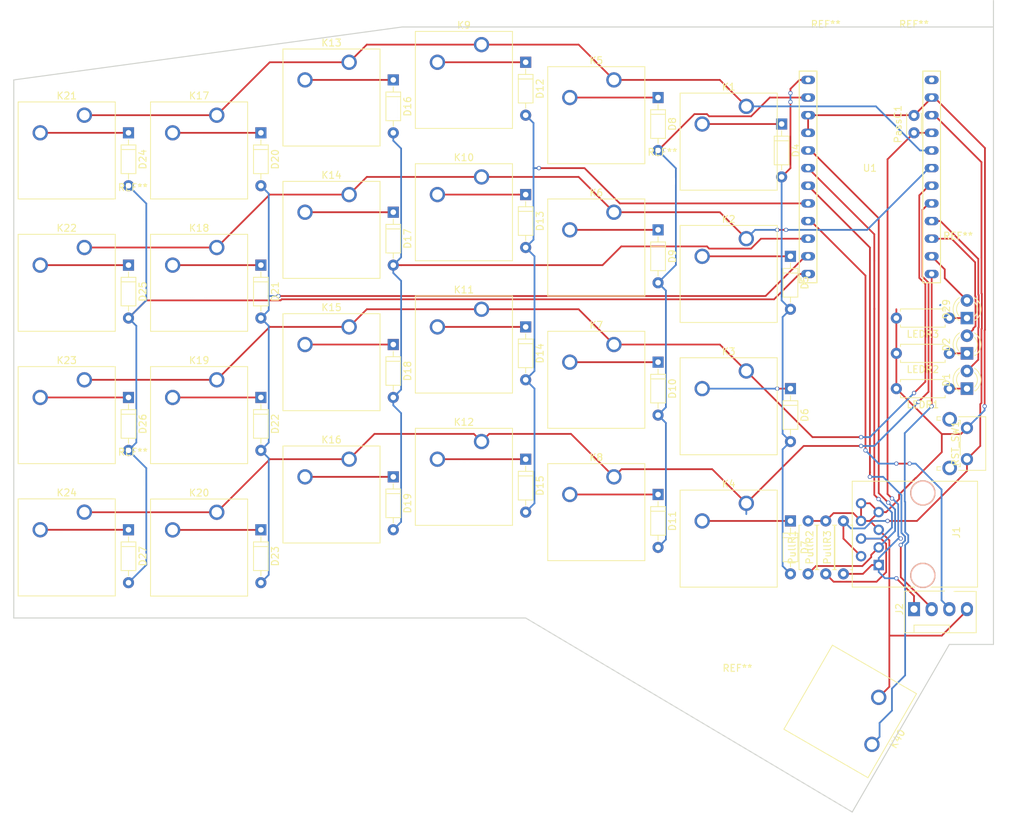
<source format=kicad_pcb>
(kicad_pcb (version 4) (host pcbnew 4.0.7)
  (layers (0 F.Cu signal) (31 B.Cu signal) (34 B.Paste user) (35 F.Paste user) (36 B.SilkS user) (37 F.SilkS user) (38 B.Mask user) (39 F.Mask user) (44 Edge.Cuts user))
  (net 0 "")
  (net 1 "Net-(D1-Pad1)")
  (net 2 /LED1)
  (net 3 "Net-(D2-Pad1)")
  (net 4 /LED2)
  (net 5 /COL0)
  (net 6 "Net-(D4-Pad1)")
  (net 7 "Net-(D5-Pad1)")
  (net 8 "Net-(D6-Pad1)")
  (net 9 "Net-(D7-Pad1)")
  (net 10 "Net-(D8-Pad1)")
  (net 11 /COL1)
  (net 12 "Net-(D9-Pad1)")
  (net 13 "Net-(D10-Pad1)")
  (net 14 "Net-(D11-Pad1)")
  (net 15 "Net-(D12-Pad1)")
  (net 16 /COL2)
  (net 17 "Net-(D13-Pad1)")
  (net 18 "Net-(D14-Pad1)")
  (net 19 "Net-(D15-Pad1)")
  (net 20 "Net-(D16-Pad1)")
  (net 21 /COL3)
  (net 22 "Net-(D17-Pad1)")
  (net 23 "Net-(D18-Pad1)")
  (net 24 "Net-(D19-Pad1)")
  (net 25 "Net-(D20-Pad1)")
  (net 26 /COL4)
  (net 27 "Net-(D21-Pad1)")
  (net 28 "Net-(D22-Pad1)")
  (net 29 "Net-(D23-Pad1)")
  (net 30 "Net-(D24-Pad1)")
  (net 31 /COL5)
  (net 32 "Net-(D25-Pad1)")
  (net 33 "Net-(D26-Pad1)")
  (net 34 "Net-(D27-Pad1)")
  (net 35 "Net-(D29-Pad1)")
  (net 36 /LED3)
  (net 37 +5V)
  (net 38 /RST)
  (net 39 /SDA)
  (net 40 /SCL)
  (net 41 GND)
  (net 42 /ROW0)
  (net 43 /ROW1)
  (net 44 /ROW2)
  (net 45 /ROW3)
  (net 46 "Net-(U1-Pad24)")
  (net 47 /X)
  (net 48 /Y)
  (net 49 /Thumb_key)
  (module LEDs:LED_D3.0mm (layer F.Cu) (at 137.16 44.45 90)
    (fp_text reference D1 (at 1.27 -2.96 90) (layer F.SilkS))
    (fp_text value LED1)
    (pad 1 thru_hole rect (at 0 0 90) (size 1.8 1.8) (drill 0.9) (layers *.Cu *.Mask) (net 1 "Net-(D1-Pad1)"))
    (pad 2 thru_hole circle (at 2.54 0 90) (size 1.8 1.8) (drill 0.9) (layers *.Cu *.Mask) (net 2 /LED1))
  )
  (module LEDs:LED_D3.0mm (layer F.Cu) (at 137.16 39.37 90)
    (fp_text reference D2 (at 1.27 -2.96 90) (layer F.SilkS))
    (fp_text value LED2)
    (pad 1 thru_hole rect (at 0 0 90) (size 1.8 1.8) (drill 0.9) (layers *.Cu *.Mask) (net 3 "Net-(D2-Pad1)"))
    (pad 2 thru_hole circle (at 2.54 0 90) (size 1.8 1.8) (drill 0.9) (layers *.Cu *.Mask) (net 4 /LED2))
  )
  (module Diodes_THT:D_DO-35_SOD27_P7.62mm_Horizontal (layer F.Cu) (at 110.49 6.35 270)
    (fp_text reference D4 (at 3.81 -2.06 270) (layer F.SilkS))
    (fp_text value D00)
    (pad 1 thru_hole rect (at 0 0 270) (size 1.6 1.6) (drill 0.8) (layers *.Cu *.Mask) (net 6 "Net-(D4-Pad1)"))
    (pad 2 thru_hole oval (at 7.62 0 270) (size 1.6 1.6) (drill 0.8) (layers *.Cu *.Mask) (net 5 /COL0))
  )
  (module Diodes_THT:D_DO-35_SOD27_P7.62mm_Horizontal (layer F.Cu) (at 111.76 25.4 270)
    (fp_text reference D5 (at 3.81 -2.06 270) (layer F.SilkS))
    (fp_text value D10)
    (pad 1 thru_hole rect (at 0 0 270) (size 1.6 1.6) (drill 0.8) (layers *.Cu *.Mask) (net 7 "Net-(D5-Pad1)"))
    (pad 2 thru_hole oval (at 7.62 0 270) (size 1.6 1.6) (drill 0.8) (layers *.Cu *.Mask) (net 5 /COL0))
  )
  (module Diodes_THT:D_DO-35_SOD27_P7.62mm_Horizontal (layer F.Cu) (at 111.76 44.45 270)
    (fp_text reference D6 (at 3.81 -2.06 270) (layer F.SilkS))
    (fp_text value D20)
    (pad 1 thru_hole rect (at 0 0 270) (size 1.6 1.6) (drill 0.8) (layers *.Cu *.Mask) (net 8 "Net-(D6-Pad1)"))
    (pad 2 thru_hole oval (at 7.62 0 270) (size 1.6 1.6) (drill 0.8) (layers *.Cu *.Mask) (net 5 /COL0))
  )
  (module Diodes_THT:D_DO-35_SOD27_P7.62mm_Horizontal (layer F.Cu) (at 111.76 63.5 270)
    (fp_text reference D7 (at 3.81 -2.06 270) (layer F.SilkS))
    (fp_text value D30)
    (pad 1 thru_hole rect (at 0 0 270) (size 1.6 1.6) (drill 0.8) (layers *.Cu *.Mask) (net 9 "Net-(D7-Pad1)"))
    (pad 2 thru_hole oval (at 7.62 0 270) (size 1.6 1.6) (drill 0.8) (layers *.Cu *.Mask) (net 5 /COL0))
  )
  (module Diodes_THT:D_DO-35_SOD27_P7.62mm_Horizontal (layer F.Cu) (at 92.71 2.54 270)
    (fp_text reference D8 (at 3.81 -2.06 270) (layer F.SilkS))
    (fp_text value D01)
    (pad 1 thru_hole rect (at 0 0 270) (size 1.6 1.6) (drill 0.8) (layers *.Cu *.Mask) (net 10 "Net-(D8-Pad1)"))
    (pad 2 thru_hole oval (at 7.62 0 270) (size 1.6 1.6) (drill 0.8) (layers *.Cu *.Mask) (net 11 /COL1))
  )
  (module Diodes_THT:D_DO-35_SOD27_P7.62mm_Horizontal (layer F.Cu) (at 92.71 21.59 270)
    (fp_text reference D9 (at 3.81 -2.06 270) (layer F.SilkS))
    (fp_text value D11)
    (pad 1 thru_hole rect (at 0 0 270) (size 1.6 1.6) (drill 0.8) (layers *.Cu *.Mask) (net 12 "Net-(D9-Pad1)"))
    (pad 2 thru_hole oval (at 7.62 0 270) (size 1.6 1.6) (drill 0.8) (layers *.Cu *.Mask) (net 11 /COL1))
  )
  (module Diodes_THT:D_DO-35_SOD27_P7.62mm_Horizontal (layer F.Cu) (at 92.71 40.64 270)
    (fp_text reference D10 (at 3.81 -2.06 270) (layer F.SilkS))
    (fp_text value D21)
    (pad 1 thru_hole rect (at 0 0 270) (size 1.6 1.6) (drill 0.8) (layers *.Cu *.Mask) (net 13 "Net-(D10-Pad1)"))
    (pad 2 thru_hole oval (at 7.62 0 270) (size 1.6 1.6) (drill 0.8) (layers *.Cu *.Mask) (net 11 /COL1))
  )
  (module Diodes_THT:D_DO-35_SOD27_P7.62mm_Horizontal (layer F.Cu) (at 92.71 59.69 270)
    (fp_text reference D11 (at 3.81 -2.06 270) (layer F.SilkS))
    (fp_text value D31)
    (pad 1 thru_hole rect (at 0 0 270) (size 1.6 1.6) (drill 0.8) (layers *.Cu *.Mask) (net 14 "Net-(D11-Pad1)"))
    (pad 2 thru_hole oval (at 7.62 0 270) (size 1.6 1.6) (drill 0.8) (layers *.Cu *.Mask) (net 11 /COL1))
  )
  (module Diodes_THT:D_DO-35_SOD27_P7.62mm_Horizontal (layer F.Cu) (at 73.66 -2.54 270)
    (fp_text reference D12 (at 3.81 -2.06 270) (layer F.SilkS))
    (fp_text value D02)
    (pad 1 thru_hole rect (at 0 0 270) (size 1.6 1.6) (drill 0.8) (layers *.Cu *.Mask) (net 15 "Net-(D12-Pad1)"))
    (pad 2 thru_hole oval (at 7.62 0 270) (size 1.6 1.6) (drill 0.8) (layers *.Cu *.Mask) (net 16 /COL2))
  )
  (module Diodes_THT:D_DO-35_SOD27_P7.62mm_Horizontal (layer F.Cu) (at 73.66 16.51 270)
    (fp_text reference D13 (at 3.81 -2.06 270) (layer F.SilkS))
    (fp_text value D12)
    (pad 1 thru_hole rect (at 0 0 270) (size 1.6 1.6) (drill 0.8) (layers *.Cu *.Mask) (net 17 "Net-(D13-Pad1)"))
    (pad 2 thru_hole oval (at 7.62 0 270) (size 1.6 1.6) (drill 0.8) (layers *.Cu *.Mask) (net 16 /COL2))
  )
  (module Diodes_THT:D_DO-35_SOD27_P7.62mm_Horizontal (layer F.Cu) (at 73.66 35.56 270)
    (fp_text reference D14 (at 3.81 -2.06 270) (layer F.SilkS))
    (fp_text value D22)
    (pad 1 thru_hole rect (at 0 0 270) (size 1.6 1.6) (drill 0.8) (layers *.Cu *.Mask) (net 18 "Net-(D14-Pad1)"))
    (pad 2 thru_hole oval (at 7.62 0 270) (size 1.6 1.6) (drill 0.8) (layers *.Cu *.Mask) (net 16 /COL2))
  )
  (module Diodes_THT:D_DO-35_SOD27_P7.62mm_Horizontal (layer F.Cu) (at 73.66 54.61 270)
    (fp_text reference D15 (at 3.81 -2.06 270) (layer F.SilkS))
    (fp_text value D32)
    (pad 1 thru_hole rect (at 0 0 270) (size 1.6 1.6) (drill 0.8) (layers *.Cu *.Mask) (net 19 "Net-(D15-Pad1)"))
    (pad 2 thru_hole oval (at 7.62 0 270) (size 1.6 1.6) (drill 0.8) (layers *.Cu *.Mask) (net 16 /COL2))
  )
  (module Diodes_THT:D_DO-35_SOD27_P7.62mm_Horizontal (layer F.Cu) (at 54.61 0 270)
    (fp_text reference D16 (at 3.81 -2.06 270) (layer F.SilkS))
    (fp_text value D02)
    (pad 1 thru_hole rect (at 0 0 270) (size 1.6 1.6) (drill 0.8) (layers *.Cu *.Mask) (net 20 "Net-(D16-Pad1)"))
    (pad 2 thru_hole oval (at 7.62 0 270) (size 1.6 1.6) (drill 0.8) (layers *.Cu *.Mask) (net 21 /COL3))
  )
  (module Diodes_THT:D_DO-35_SOD27_P7.62mm_Horizontal (layer F.Cu) (at 54.61 19.05 270)
    (fp_text reference D17 (at 3.81 -2.06 270) (layer F.SilkS))
    (fp_text value D14)
    (pad 1 thru_hole rect (at 0 0 270) (size 1.6 1.6) (drill 0.8) (layers *.Cu *.Mask) (net 22 "Net-(D17-Pad1)"))
    (pad 2 thru_hole oval (at 7.62 0 270) (size 1.6 1.6) (drill 0.8) (layers *.Cu *.Mask) (net 21 /COL3))
  )
  (module Diodes_THT:D_DO-35_SOD27_P7.62mm_Horizontal (layer F.Cu) (at 54.61 38.1 270)
    (fp_text reference D18 (at 3.81 -2.06 270) (layer F.SilkS))
    (fp_text value D23)
    (pad 1 thru_hole rect (at 0 0 270) (size 1.6 1.6) (drill 0.8) (layers *.Cu *.Mask) (net 23 "Net-(D18-Pad1)"))
    (pad 2 thru_hole oval (at 7.62 0 270) (size 1.6 1.6) (drill 0.8) (layers *.Cu *.Mask) (net 21 /COL3))
  )
  (module Diodes_THT:D_DO-35_SOD27_P7.62mm_Horizontal (layer F.Cu) (at 54.61 57.15 270)
    (fp_text reference D19 (at 3.81 -2.06 270) (layer F.SilkS))
    (fp_text value D33)
    (pad 1 thru_hole rect (at 0 0 270) (size 1.6 1.6) (drill 0.8) (layers *.Cu *.Mask) (net 24 "Net-(D19-Pad1)"))
    (pad 2 thru_hole oval (at 7.62 0 270) (size 1.6 1.6) (drill 0.8) (layers *.Cu *.Mask) (net 21 /COL3))
  )
  (module Diodes_THT:D_DO-35_SOD27_P7.62mm_Horizontal (layer F.Cu) (at 35.56 7.62 270)
    (fp_text reference D20 (at 3.81 -2.06 270) (layer F.SilkS))
    (fp_text value D03)
    (pad 1 thru_hole rect (at 0 0 270) (size 1.6 1.6) (drill 0.8) (layers *.Cu *.Mask) (net 25 "Net-(D20-Pad1)"))
    (pad 2 thru_hole oval (at 7.62 0 270) (size 1.6 1.6) (drill 0.8) (layers *.Cu *.Mask) (net 26 /COL4))
  )
  (module Diodes_THT:D_DO-35_SOD27_P7.62mm_Horizontal (layer F.Cu) (at 35.56 26.67 270)
    (fp_text reference D21 (at 3.81 -2.06 270) (layer F.SilkS))
    (fp_text value D15)
    (pad 1 thru_hole rect (at 0 0 270) (size 1.6 1.6) (drill 0.8) (layers *.Cu *.Mask) (net 27 "Net-(D21-Pad1)"))
    (pad 2 thru_hole oval (at 7.62 0 270) (size 1.6 1.6) (drill 0.8) (layers *.Cu *.Mask) (net 26 /COL4))
  )
  (module Diodes_THT:D_DO-35_SOD27_P7.62mm_Horizontal (layer F.Cu) (at 35.56 45.72 270)
    (fp_text reference D22 (at 3.81 -2.06 270) (layer F.SilkS))
    (fp_text value D24)
    (pad 1 thru_hole rect (at 0 0 270) (size 1.6 1.6) (drill 0.8) (layers *.Cu *.Mask) (net 28 "Net-(D22-Pad1)"))
    (pad 2 thru_hole oval (at 7.62 0 270) (size 1.6 1.6) (drill 0.8) (layers *.Cu *.Mask) (net 26 /COL4))
  )
  (module Diodes_THT:D_DO-35_SOD27_P7.62mm_Horizontal (layer F.Cu) (at 35.56 64.77 270)
    (fp_text reference D23 (at 3.81 -2.06 270) (layer F.SilkS))
    (fp_text value D34)
    (pad 1 thru_hole rect (at 0 0 270) (size 1.6 1.6) (drill 0.8) (layers *.Cu *.Mask) (net 29 "Net-(D23-Pad1)"))
    (pad 2 thru_hole oval (at 7.62 0 270) (size 1.6 1.6) (drill 0.8) (layers *.Cu *.Mask) (net 26 /COL4))
  )
  (module Diodes_THT:D_DO-35_SOD27_P7.62mm_Horizontal (layer F.Cu) (at 16.51 7.62 270)
    (fp_text reference D24 (at 3.81 -2.06 270) (layer F.SilkS))
    (fp_text value D05)
    (pad 1 thru_hole rect (at 0 0 270) (size 1.6 1.6) (drill 0.8) (layers *.Cu *.Mask) (net 30 "Net-(D24-Pad1)"))
    (pad 2 thru_hole oval (at 7.62 0 270) (size 1.6 1.6) (drill 0.8) (layers *.Cu *.Mask) (net 31 /COL5))
  )
  (module Diodes_THT:D_DO-35_SOD27_P7.62mm_Horizontal (layer F.Cu) (at 16.51 26.67 270)
    (fp_text reference D25 (at 3.81 -2.06 270) (layer F.SilkS))
    (fp_text value D16)
    (pad 1 thru_hole rect (at 0 0 270) (size 1.6 1.6) (drill 0.8) (layers *.Cu *.Mask) (net 32 "Net-(D25-Pad1)"))
    (pad 2 thru_hole oval (at 7.62 0 270) (size 1.6 1.6) (drill 0.8) (layers *.Cu *.Mask) (net 31 /COL5))
  )
  (module Diodes_THT:D_DO-35_SOD27_P7.62mm_Horizontal (layer F.Cu) (at 16.51 45.72 270)
    (fp_text reference D26 (at 3.81 -2.06 270) (layer F.SilkS))
    (fp_text value D25)
    (pad 1 thru_hole rect (at 0 0 270) (size 1.6 1.6) (drill 0.8) (layers *.Cu *.Mask) (net 33 "Net-(D26-Pad1)"))
    (pad 2 thru_hole oval (at 7.62 0 270) (size 1.6 1.6) (drill 0.8) (layers *.Cu *.Mask) (net 31 /COL5))
  )
  (module Diodes_THT:D_DO-35_SOD27_P7.62mm_Horizontal (layer F.Cu) (at 16.51 64.77 270)
    (fp_text reference D27 (at 3.81 -2.06 270) (layer F.SilkS))
    (fp_text value D35)
    (pad 1 thru_hole rect (at 0 0 270) (size 1.6 1.6) (drill 0.8) (layers *.Cu *.Mask) (net 34 "Net-(D27-Pad1)"))
    (pad 2 thru_hole oval (at 7.62 0 270) (size 1.6 1.6) (drill 0.8) (layers *.Cu *.Mask) (net 31 /COL5))
  )
  (module LEDs:LED_D3.0mm (layer F.Cu) (at 137.16 34.29 90)
    (fp_text reference D29 (at 1.27 -2.96 90) (layer F.SilkS))
    (fp_text value LED3)
    (pad 1 thru_hole rect (at 0 0 90) (size 1.8 1.8) (drill 0.9) (layers *.Cu *.Mask) (net 35 "Net-(D29-Pad1)"))
    (pad 2 thru_hole circle (at 2.54 0 90) (size 1.8 1.8) (drill 0.9) (layers *.Cu *.Mask) (net 36 /LED3))
  )
  (module Connectors:RJ45_8 (layer F.Cu) (at 124.46 69.85 90)
    (fp_text reference J1 (at 4.7 11.18 90) (layer F.SilkS))
    (fp_text value RJ45-8pin)
    (pad Hole np_thru_hole circle (at 10.38 6.35 90) (size 3.65 3.65) (drill 3.25) (layers *.Cu *.SilkS *.Mask))
    (pad Hole np_thru_hole circle (at -1.49 6.35 90) (size 3.65 3.65) (drill 3.25) (layers *.Cu *.SilkS *.Mask))
    (pad 1 thru_hole rect (at 0 0 90) (size 1.5 1.5) (drill 0.9) (layers *.Cu *.Mask) (net 37 +5V))
    (pad 2 thru_hole circle (at 1.27 -2.54 90) (size 1.5 1.5) (drill 0.9) (layers *.Cu *.Mask) (net 38 /RST))
    (pad 3 thru_hole circle (at 2.54 0 90) (size 1.5 1.5) (drill 0.9) (layers *.Cu *.Mask) (net 39 /SDA))
    (pad 4 thru_hole circle (at 3.81 -2.54 90) (size 1.5 1.5) (drill 0.9) (layers *.Cu *.Mask) (net 40 /SCL))
    (pad 5 thru_hole circle (at 5.08 0 90) (size 1.5 1.5) (drill 0.9) (layers *.Cu *.Mask) (net 41 GND))
    (pad 6 thru_hole circle (at 6.35 -2.54 90) (size 1.5 1.5) (drill 0.9) (layers *.Cu *.Mask) (net 41 GND))
    (pad 7 thru_hole circle (at 7.62 0 90) (size 1.5 1.5) (drill 0.9) (layers *.Cu *.Mask) (net 41 GND))
    (pad 8 thru_hole circle (at 8.89 -2.54 90) (size 1.5 1.5) (drill 0.9) (layers *.Cu *.Mask) (net 41 GND))
  )
  (module Buttons_Switches_Keyboard:SW_Cherry_MX1A_1.00u_Plate (layer F.Cu) (at 105.41 3.81)
    (fp_text reference K1 (at -2.54 -2.794) (layer F.SilkS))
    (fp_text value Key00)
    (pad 1 thru_hole circle (at 0 0) (size 2.2 2.2) (drill 1.5) (layers *.Cu *.Mask) (net 42 /ROW0))
    (pad 2 thru_hole circle (at -6.35 2.54) (size 2.2 2.2) (drill 1.5) (layers *.Cu *.Mask) (net 6 "Net-(D4-Pad1)"))
    (pad "" np_thru_hole circle (at -2.54 5.08) (size 4 4) (drill 4) (layers *.Cu *.Mask))
  )
  (module Buttons_Switches_Keyboard:SW_Cherry_MX1A_1.00u_Plate (layer F.Cu) (at 105.41 22.86)
    (fp_text reference K2 (at -2.54 -2.794) (layer F.SilkS))
    (fp_text value Key10)
    (pad 1 thru_hole circle (at 0 0) (size 2.2 2.2) (drill 1.5) (layers *.Cu *.Mask) (net 43 /ROW1))
    (pad 2 thru_hole circle (at -6.35 2.54) (size 2.2 2.2) (drill 1.5) (layers *.Cu *.Mask) (net 7 "Net-(D5-Pad1)"))
    (pad "" np_thru_hole circle (at -2.54 5.08) (size 4 4) (drill 4) (layers *.Cu *.Mask))
  )
  (module Buttons_Switches_Keyboard:SW_Cherry_MX1A_1.00u_Plate (layer F.Cu) (at 105.41 41.91)
    (fp_text reference K3 (at -2.54 -2.794) (layer F.SilkS))
    (fp_text value Key20)
    (pad 1 thru_hole circle (at 0 0) (size 2.2 2.2) (drill 1.5) (layers *.Cu *.Mask) (net 44 /ROW2))
    (pad 2 thru_hole circle (at -6.35 2.54) (size 2.2 2.2) (drill 1.5) (layers *.Cu *.Mask) (net 8 "Net-(D6-Pad1)"))
    (pad "" np_thru_hole circle (at -2.54 5.08) (size 4 4) (drill 4) (layers *.Cu *.Mask))
  )
  (module Buttons_Switches_Keyboard:SW_Cherry_MX1A_1.00u_Plate (layer F.Cu) (at 105.41 60.96)
    (fp_text reference K4 (at -2.54 -2.794) (layer F.SilkS))
    (fp_text value Key30)
    (pad 1 thru_hole circle (at 0 0) (size 2.2 2.2) (drill 1.5) (layers *.Cu *.Mask) (net 45 /ROW3))
    (pad 2 thru_hole circle (at -6.35 2.54) (size 2.2 2.2) (drill 1.5) (layers *.Cu *.Mask) (net 9 "Net-(D7-Pad1)"))
    (pad "" np_thru_hole circle (at -2.54 5.08) (size 4 4) (drill 4) (layers *.Cu *.Mask))
  )
  (module Buttons_Switches_Keyboard:SW_Cherry_MX1A_1.00u_Plate (layer F.Cu) (at 86.36 0)
    (fp_text reference K5 (at -2.54 -2.794) (layer F.SilkS))
    (fp_text value Key01)
    (pad 1 thru_hole circle (at 0 0) (size 2.2 2.2) (drill 1.5) (layers *.Cu *.Mask) (net 42 /ROW0))
    (pad 2 thru_hole circle (at -6.35 2.54) (size 2.2 2.2) (drill 1.5) (layers *.Cu *.Mask) (net 10 "Net-(D8-Pad1)"))
    (pad "" np_thru_hole circle (at -2.54 5.08) (size 4 4) (drill 4) (layers *.Cu *.Mask))
  )
  (module Buttons_Switches_Keyboard:SW_Cherry_MX1A_1.00u_Plate (layer F.Cu) (at 86.36 19.05)
    (fp_text reference K6 (at -2.54 -2.794) (layer F.SilkS))
    (fp_text value Key11)
    (pad 1 thru_hole circle (at 0 0) (size 2.2 2.2) (drill 1.5) (layers *.Cu *.Mask) (net 43 /ROW1))
    (pad 2 thru_hole circle (at -6.35 2.54) (size 2.2 2.2) (drill 1.5) (layers *.Cu *.Mask) (net 12 "Net-(D9-Pad1)"))
    (pad "" np_thru_hole circle (at -2.54 5.08) (size 4 4) (drill 4) (layers *.Cu *.Mask))
  )
  (module Buttons_Switches_Keyboard:SW_Cherry_MX1A_1.00u_Plate (layer F.Cu) (at 86.36 38.1)
    (fp_text reference K7 (at -2.54 -2.794) (layer F.SilkS))
    (fp_text value Key21)
    (pad 1 thru_hole circle (at 0 0) (size 2.2 2.2) (drill 1.5) (layers *.Cu *.Mask) (net 44 /ROW2))
    (pad 2 thru_hole circle (at -6.35 2.54) (size 2.2 2.2) (drill 1.5) (layers *.Cu *.Mask) (net 13 "Net-(D10-Pad1)"))
    (pad "" np_thru_hole circle (at -2.54 5.08) (size 4 4) (drill 4) (layers *.Cu *.Mask))
  )
  (module Buttons_Switches_Keyboard:SW_Cherry_MX1A_1.00u_Plate (layer F.Cu) (at 86.36 57.15)
    (fp_text reference K8 (at -2.54 -2.794) (layer F.SilkS))
    (fp_text value Key31)
    (pad 1 thru_hole circle (at 0 0) (size 2.2 2.2) (drill 1.5) (layers *.Cu *.Mask) (net 45 /ROW3))
    (pad 2 thru_hole circle (at -6.35 2.54) (size 2.2 2.2) (drill 1.5) (layers *.Cu *.Mask) (net 14 "Net-(D11-Pad1)"))
    (pad "" np_thru_hole circle (at -2.54 5.08) (size 4 4) (drill 4) (layers *.Cu *.Mask))
  )
  (module Buttons_Switches_Keyboard:SW_Cherry_MX1A_1.00u_Plate (layer F.Cu) (at 67.31 -5.08)
    (fp_text reference K9 (at -2.54 -2.794) (layer F.SilkS))
    (fp_text value Key02)
    (pad 1 thru_hole circle (at 0 0) (size 2.2 2.2) (drill 1.5) (layers *.Cu *.Mask) (net 42 /ROW0))
    (pad 2 thru_hole circle (at -6.35 2.54) (size 2.2 2.2) (drill 1.5) (layers *.Cu *.Mask) (net 15 "Net-(D12-Pad1)"))
    (pad "" np_thru_hole circle (at -2.54 5.08) (size 4 4) (drill 4) (layers *.Cu *.Mask))
  )
  (module Buttons_Switches_Keyboard:SW_Cherry_MX1A_1.00u_Plate (layer F.Cu) (at 67.31 13.97)
    (fp_text reference K10 (at -2.54 -2.794) (layer F.SilkS))
    (fp_text value Key12)
    (pad 1 thru_hole circle (at 0 0) (size 2.2 2.2) (drill 1.5) (layers *.Cu *.Mask) (net 43 /ROW1))
    (pad 2 thru_hole circle (at -6.35 2.54) (size 2.2 2.2) (drill 1.5) (layers *.Cu *.Mask) (net 17 "Net-(D13-Pad1)"))
    (pad "" np_thru_hole circle (at -2.54 5.08) (size 4 4) (drill 4) (layers *.Cu *.Mask))
  )
  (module Buttons_Switches_Keyboard:SW_Cherry_MX1A_1.00u_Plate (layer F.Cu) (at 67.31 33.02)
    (fp_text reference K11 (at -2.54 -2.794) (layer F.SilkS))
    (fp_text value Key22)
    (pad 1 thru_hole circle (at 0 0) (size 2.2 2.2) (drill 1.5) (layers *.Cu *.Mask) (net 44 /ROW2))
    (pad 2 thru_hole circle (at -6.35 2.54) (size 2.2 2.2) (drill 1.5) (layers *.Cu *.Mask) (net 18 "Net-(D14-Pad1)"))
    (pad "" np_thru_hole circle (at -2.54 5.08) (size 4 4) (drill 4) (layers *.Cu *.Mask))
  )
  (module Buttons_Switches_Keyboard:SW_Cherry_MX1A_1.00u_Plate (layer F.Cu) (at 67.31 52.07)
    (fp_text reference K12 (at -2.54 -2.794) (layer F.SilkS))
    (fp_text value Key32)
    (pad 1 thru_hole circle (at 0 0) (size 2.2 2.2) (drill 1.5) (layers *.Cu *.Mask) (net 45 /ROW3))
    (pad 2 thru_hole circle (at -6.35 2.54) (size 2.2 2.2) (drill 1.5) (layers *.Cu *.Mask) (net 19 "Net-(D15-Pad1)"))
    (pad "" np_thru_hole circle (at -2.54 5.08) (size 4 4) (drill 4) (layers *.Cu *.Mask))
  )
  (module Buttons_Switches_Keyboard:SW_Cherry_MX1A_1.00u_Plate (layer F.Cu) (at 48.26 -2.54)
    (fp_text reference K13 (at -2.54 -2.794) (layer F.SilkS))
    (fp_text value Key03)
    (pad 1 thru_hole circle (at 0 0) (size 2.2 2.2) (drill 1.5) (layers *.Cu *.Mask) (net 42 /ROW0))
    (pad 2 thru_hole circle (at -6.35 2.54) (size 2.2 2.2) (drill 1.5) (layers *.Cu *.Mask) (net 20 "Net-(D16-Pad1)"))
    (pad "" np_thru_hole circle (at -2.54 5.08) (size 4 4) (drill 4) (layers *.Cu *.Mask))
  )
  (module Buttons_Switches_Keyboard:SW_Cherry_MX1A_1.00u_Plate (layer F.Cu) (at 48.26 16.51)
    (fp_text reference K14 (at -2.54 -2.794) (layer F.SilkS))
    (fp_text value Key13)
    (pad 1 thru_hole circle (at 0 0) (size 2.2 2.2) (drill 1.5) (layers *.Cu *.Mask) (net 43 /ROW1))
    (pad 2 thru_hole circle (at -6.35 2.54) (size 2.2 2.2) (drill 1.5) (layers *.Cu *.Mask) (net 22 "Net-(D17-Pad1)"))
    (pad "" np_thru_hole circle (at -2.54 5.08) (size 4 4) (drill 4) (layers *.Cu *.Mask))
  )
  (module Buttons_Switches_Keyboard:SW_Cherry_MX1A_1.00u_Plate (layer F.Cu) (at 48.26 35.56)
    (fp_text reference K15 (at -2.54 -2.794) (layer F.SilkS))
    (fp_text value Key23)
    (pad 1 thru_hole circle (at 0 0) (size 2.2 2.2) (drill 1.5) (layers *.Cu *.Mask) (net 44 /ROW2))
    (pad 2 thru_hole circle (at -6.35 2.54) (size 2.2 2.2) (drill 1.5) (layers *.Cu *.Mask) (net 23 "Net-(D18-Pad1)"))
    (pad "" np_thru_hole circle (at -2.54 5.08) (size 4 4) (drill 4) (layers *.Cu *.Mask))
  )
  (module Buttons_Switches_Keyboard:SW_Cherry_MX1A_1.00u_Plate (layer F.Cu) (at 48.26 54.61)
    (fp_text reference K16 (at -2.54 -2.794) (layer F.SilkS))
    (fp_text value Key33)
    (pad 1 thru_hole circle (at 0 0) (size 2.2 2.2) (drill 1.5) (layers *.Cu *.Mask) (net 45 /ROW3))
    (pad 2 thru_hole circle (at -6.35 2.54) (size 2.2 2.2) (drill 1.5) (layers *.Cu *.Mask) (net 24 "Net-(D19-Pad1)"))
    (pad "" np_thru_hole circle (at -2.54 5.08) (size 4 4) (drill 4) (layers *.Cu *.Mask))
  )
  (module Buttons_Switches_Keyboard:SW_Cherry_MX1A_1.00u_Plate (layer F.Cu) (at 29.21 5.08)
    (fp_text reference K17 (at -2.54 -2.794) (layer F.SilkS))
    (fp_text value Key04)
    (pad 1 thru_hole circle (at 0 0) (size 2.2 2.2) (drill 1.5) (layers *.Cu *.Mask) (net 42 /ROW0))
    (pad 2 thru_hole circle (at -6.35 2.54) (size 2.2 2.2) (drill 1.5) (layers *.Cu *.Mask) (net 25 "Net-(D20-Pad1)"))
    (pad "" np_thru_hole circle (at -2.54 5.08) (size 4 4) (drill 4) (layers *.Cu *.Mask))
  )
  (module Buttons_Switches_Keyboard:SW_Cherry_MX1A_1.00u_Plate (layer F.Cu) (at 29.21 24.13)
    (fp_text reference K18 (at -2.54 -2.794) (layer F.SilkS))
    (fp_text value Key14)
    (pad 1 thru_hole circle (at 0 0) (size 2.2 2.2) (drill 1.5) (layers *.Cu *.Mask) (net 43 /ROW1))
    (pad 2 thru_hole circle (at -6.35 2.54) (size 2.2 2.2) (drill 1.5) (layers *.Cu *.Mask) (net 27 "Net-(D21-Pad1)"))
    (pad "" np_thru_hole circle (at -2.54 5.08) (size 4 4) (drill 4) (layers *.Cu *.Mask))
  )
  (module Buttons_Switches_Keyboard:SW_Cherry_MX1A_1.00u_Plate (layer F.Cu) (at 29.21 43.18)
    (fp_text reference K19 (at -2.54 -2.794) (layer F.SilkS))
    (fp_text value Key24)
    (pad 1 thru_hole circle (at 0 0) (size 2.2 2.2) (drill 1.5) (layers *.Cu *.Mask) (net 44 /ROW2))
    (pad 2 thru_hole circle (at -6.35 2.54) (size 2.2 2.2) (drill 1.5) (layers *.Cu *.Mask) (net 28 "Net-(D22-Pad1)"))
    (pad "" np_thru_hole circle (at -2.54 5.08) (size 4 4) (drill 4) (layers *.Cu *.Mask))
  )
  (module Buttons_Switches_Keyboard:SW_Cherry_MX1A_1.00u_Plate (layer F.Cu) (at 29.21 62.250001)
    (fp_text reference K20 (at -2.54 -2.794) (layer F.SilkS))
    (fp_text value Key34)
    (pad 1 thru_hole circle (at 0 0) (size 2.2 2.2) (drill 1.5) (layers *.Cu *.Mask) (net 45 /ROW3))
    (pad 2 thru_hole circle (at -6.35 2.54) (size 2.2 2.2) (drill 1.5) (layers *.Cu *.Mask) (net 29 "Net-(D23-Pad1)"))
    (pad "" np_thru_hole circle (at -2.54 5.08) (size 4 4) (drill 4) (layers *.Cu *.Mask))
  )
  (module Buttons_Switches_Keyboard:SW_Cherry_MX1A_1.00u_Plate (layer F.Cu) (at 10.16 5.08)
    (fp_text reference K21 (at -2.54 -2.794) (layer F.SilkS))
    (fp_text value Key05)
    (pad 1 thru_hole circle (at 0 0) (size 2.2 2.2) (drill 1.5) (layers *.Cu *.Mask) (net 42 /ROW0))
    (pad 2 thru_hole circle (at -6.35 2.54) (size 2.2 2.2) (drill 1.5) (layers *.Cu *.Mask) (net 30 "Net-(D24-Pad1)"))
    (pad "" np_thru_hole circle (at -2.54 5.08) (size 4 4) (drill 4) (layers *.Cu *.Mask))
  )
  (module Buttons_Switches_Keyboard:SW_Cherry_MX1A_1.00u_Plate (layer F.Cu) (at 10.16 24.13)
    (fp_text reference K22 (at -2.54 -2.794) (layer F.SilkS))
    (fp_text value Key15)
    (pad 1 thru_hole circle (at 0 0) (size 2.2 2.2) (drill 1.5) (layers *.Cu *.Mask) (net 43 /ROW1))
    (pad 2 thru_hole circle (at -6.35 2.54) (size 2.2 2.2) (drill 1.5) (layers *.Cu *.Mask) (net 32 "Net-(D25-Pad1)"))
    (pad "" np_thru_hole circle (at -2.54 5.08) (size 4 4) (drill 4) (layers *.Cu *.Mask))
  )
  (module Buttons_Switches_Keyboard:SW_Cherry_MX1A_1.00u_Plate (layer F.Cu) (at 10.16 43.18)
    (fp_text reference K23 (at -2.54 -2.794) (layer F.SilkS))
    (fp_text value Key25)
    (pad 1 thru_hole circle (at 0 0) (size 2.2 2.2) (drill 1.5) (layers *.Cu *.Mask) (net 44 /ROW2))
    (pad 2 thru_hole circle (at -6.35 2.54) (size 2.2 2.2) (drill 1.5) (layers *.Cu *.Mask) (net 33 "Net-(D26-Pad1)"))
    (pad "" np_thru_hole circle (at -2.54 5.08) (size 4 4) (drill 4) (layers *.Cu *.Mask))
  )
  (module Buttons_Switches_Keyboard:SW_Cherry_MX1A_1.00u_Plate (layer F.Cu) (at 10.16 62.23)
    (fp_text reference K24 (at -2.54 -2.794) (layer F.SilkS))
    (fp_text value Key35)
    (pad 1 thru_hole circle (at 0 0) (size 2.2 2.2) (drill 1.5) (layers *.Cu *.Mask) (net 45 /ROW3))
    (pad 2 thru_hole circle (at -6.35 2.54) (size 2.2 2.2) (drill 1.5) (layers *.Cu *.Mask) (net 34 "Net-(D27-Pad1)"))
    (pad "" np_thru_hole circle (at -2.54 5.08) (size 4 4) (drill 4) (layers *.Cu *.Mask))
  )
  (module Resistors_THT:R_Axial_DIN0207_L6.3mm_D2.5mm_P7.62mm_Horizontal (layer F.Cu) (at 134.62 44.45 180)
    (fp_text reference LEDR1 (at 3.81 -2.31 180) (layer F.SilkS))
    (fp_text value LED1_R)
    (pad 1 thru_hole circle (at 0 0 180) (size 1.6 1.6) (drill 0.8) (layers *.Cu *.Mask) (net 1 "Net-(D1-Pad1)"))
    (pad 2 thru_hole oval (at 7.62 0 180) (size 1.6 1.6) (drill 0.8) (layers *.Cu *.Mask) (net 41 GND))
  )
  (module Resistors_THT:R_Axial_DIN0207_L6.3mm_D2.5mm_P7.62mm_Horizontal (layer F.Cu) (at 134.62 39.37 180)
    (fp_text reference LEDR2 (at 3.81 -2.31 180) (layer F.SilkS))
    (fp_text value LED2_R)
    (pad 1 thru_hole circle (at 0 0 180) (size 1.6 1.6) (drill 0.8) (layers *.Cu *.Mask) (net 3 "Net-(D2-Pad1)"))
    (pad 2 thru_hole oval (at 7.62 0 180) (size 1.6 1.6) (drill 0.8) (layers *.Cu *.Mask) (net 41 GND))
  )
  (module Resistors_THT:R_Axial_DIN0207_L6.3mm_D2.5mm_P7.62mm_Horizontal (layer F.Cu) (at 134.62 34.29 180)
    (fp_text reference LEDR3 (at 3.81 -2.31 180) (layer F.SilkS))
    (fp_text value LED3_R)
    (pad 1 thru_hole circle (at 0 0 180) (size 1.6 1.6) (drill 0.8) (layers *.Cu *.Mask) (net 35 "Net-(D29-Pad1)"))
    (pad 2 thru_hole oval (at 7.62 0 180) (size 1.6 1.6) (drill 0.8) (layers *.Cu *.Mask) (net 41 GND))
  )
  (module Capacitors_THT:C_Disc_D3.0mm_W2.0mm_P2.50mm (layer F.Cu) (at 129.54 7.62 90)
    (fp_text reference PassC1 (at 1.25 -2.31 90) (layer F.SilkS))
    (fp_text value PassC)
    (pad 1 thru_hole circle (at 0 0 90) (size 1.6 1.6) (drill 0.8) (layers *.Cu *.Mask) (net 37 +5V))
    (pad 2 thru_hole circle (at 2.5 0 90) (size 1.6 1.6) (drill 0.8) (layers *.Cu *.Mask) (net 41 GND))
  )
  (module Resistors_THT:R_Axial_DIN0207_L6.3mm_D2.5mm_P7.62mm_Horizontal (layer F.Cu) (at 114.3 71.12 90)
    (fp_text reference PullR1 (at 3.81 -2.31 90) (layer F.SilkS))
    (fp_text value I2C_PullR)
    (pad 1 thru_hole circle (at 0 0 90) (size 1.6 1.6) (drill 0.8) (layers *.Cu *.Mask) (net 39 /SDA))
    (pad 2 thru_hole oval (at 7.62 0 90) (size 1.6 1.6) (drill 0.8) (layers *.Cu *.Mask) (net 41 GND))
  )
  (module Resistors_THT:R_Axial_DIN0207_L6.3mm_D2.5mm_P7.62mm_Horizontal (layer F.Cu) (at 116.84 71.12 90)
    (fp_text reference PullR2 (at 3.81 -2.31 90) (layer F.SilkS))
    (fp_text value I2C_PullR)
    (pad 1 thru_hole circle (at 0 0 90) (size 1.6 1.6) (drill 0.8) (layers *.Cu *.Mask) (net 40 /SCL))
    (pad 2 thru_hole oval (at 7.62 0 90) (size 1.6 1.6) (drill 0.8) (layers *.Cu *.Mask) (net 41 GND))
  )
  (module Resistors_THT:R_Axial_DIN0207_L6.3mm_D2.5mm_P7.62mm_Horizontal (layer F.Cu) (at 119.38 71.12 90)
    (fp_text reference PullR3 (at 3.81 -2.31 90) (layer F.SilkS))
    (fp_text value RST_PullR)
    (pad 1 thru_hole circle (at 0 0 90) (size 1.6 1.6) (drill 0.8) (layers *.Cu *.Mask) (net 37 +5V))
    (pad 2 thru_hole oval (at 7.62 0 90) (size 1.6 1.6) (drill 0.8) (layers *.Cu *.Mask) (net 38 /RST))
  )
  (module Buttons_Switches_THT:SW_Tactile_SPST_Angled_PTS645Vx31-2LFS (layer F.Cu) (at 137.16 50.11 270)
    (fp_text reference RST_SW1 (at 2.25 1.68 270) (layer F.SilkS))
    (fp_text value RST_Switch)
    (pad "" thru_hole circle (at 5.76 2.49 270) (size 2.1 2.1) (drill 1.3) (layers *.Cu *.Mask))
    (pad 2 thru_hole circle (at 4.5 0 270) (size 1.75 1.75) (drill 0.99) (layers *.Cu *.Mask) (net 38 /RST))
    (pad 1 thru_hole circle (at 0 0 270) (size 1.75 1.75) (drill 0.99) (layers *.Cu *.Mask) (net 41 GND))
    (pad "" thru_hole circle (at -1.25 2.49 270) (size 2.1 2.1) (drill 1.3) (layers *.Cu *.Mask))
  )
  (module Mounting_Holes:MountingHole_3.2mm_M3 (layer F.Cu) (at 116.84 -3.81)
    (fp_text reference REF** (at 0 -4.2) (layer F.SilkS))
    (fp_text value MountingHole_3.2mm_M3)
    (pad 1 np_thru_hole circle (at 0 0) (size 3.2 3.2) (drill 3.2) (layers *.Cu *.Mask))
  )
  (module Mounting_Holes:MountingHole_3.2mm_M3 (layer F.Cu) (at 129.54 -3.81)
    (fp_text reference REF** (at 0 -4.2) (layer F.SilkS))
    (fp_text value MountingHole_3.2mm_M3)
    (pad 1 np_thru_hole circle (at 0 0) (size 3.2 3.2) (drill 3.2) (layers *.Cu *.Mask))
  )
  (module Mounting_Holes:MountingHole_3.2mm_M3 (layer F.Cu) (at 135.89 26.67)
    (fp_text reference REF** (at 0 -4.2) (layer F.SilkS))
    (fp_text value MountingHole_3.2mm_M3)
    (pad 1 np_thru_hole circle (at 0 0) (size 3.2 3.2) (drill 3.2) (layers *.Cu *.Mask))
  )
  (module Mounting_Holes:MountingHole_3.2mm_M3 (layer F.Cu) (at 17.145 19.685)
    (fp_text reference REF** (at 0 -4.2) (layer F.SilkS))
    (fp_text value MountingHole_3.2mm_M3)
    (pad 1 np_thru_hole circle (at 0 0) (size 3.2 3.2) (drill 3.2) (layers *.Cu *.Mask))
  )
  (module Mounting_Holes:MountingHole_3.2mm_M3 (layer F.Cu) (at 17.145 57.785)
    (fp_text reference REF** (at 0 -4.2) (layer F.SilkS))
    (fp_text value MountingHole_3.2mm_M3)
    (pad 1 np_thru_hole circle (at 0 0) (size 3.2 3.2) (drill 3.2) (layers *.Cu *.Mask))
  )
  (module Mounting_Holes:MountingHole_3.2mm_M3 (layer F.Cu) (at 93.345 14.605)
    (fp_text reference REF** (at 0 -4.2) (layer F.SilkS))
    (fp_text value MountingHole_3.2mm_M3)
    (pad 1 np_thru_hole circle (at 0 0) (size 3.2 3.2) (drill 3.2) (layers *.Cu *.Mask))
  )
  (module Mounting_Holes:MountingHole_3.2mm_M3 (layer F.Cu) (at 104.14 88.9)
    (fp_text reference REF** (at 0 -4.2) (layer F.SilkS))
    (fp_text value MountingHole_3.2mm_M3)
    (pad 1 np_thru_hole circle (at 0 0) (size 3.2 3.2) (drill 3.2) (layers *.Cu *.Mask))
  )
  (module Buttons_Switches_Keyboard:SW_Cherry_MX1A_1.50u_Plate (layer F.Cu) (at 123.484705 95.669261 240)
    (fp_text reference K40 (at -2.54 -2.794 240) (layer F.SilkS))
    (fp_text value Key_thumb)
    (pad 1 thru_hole circle (at 0 0 240) (size 2.2 2.2) (drill 1.5) (layers *.Cu *.Mask) (net 49 /Thumb_key))
    (pad 2 thru_hole circle (at -6.35 2.54 240) (size 2.2 2.2) (drill 1.5) (layers *.Cu *.Mask) (net 41 GND))
    (pad "" np_thru_hole circle (at -2.54 5.08 240) (size 4 4) (drill 4) (layers *.Cu *.Mask))
  )
  (module 4x6t2:Arduino_Pro_Micro (layer F.Cu) (at 123.19 13.97)
    (fp_text reference U1 (at 0 -1.27) (layer F.SilkS))
    (fp_text value Arduino_Pro_Micro)
    (pad 1 thru_hole oval (at -8.89 -13.97) (size 2 1.2) (drill 0.762) (layers *.Cu *.Mask) (net 5 /COL0))
    (pad 2 thru_hole oval (at -8.89 -11.43) (size 2 1.2) (drill 0.762) (layers *.Cu *.Mask) (net 11 /COL1))
    (pad 3 thru_hole oval (at -8.89 -8.89) (size 2 1.2) (drill 0.762) (layers *.Cu *.Mask) (net 41 GND))
    (pad 4 thru_hole oval (at -8.89 -6.35) (size 2 1.2) (drill 0.762) (layers *.Cu *.Mask) (net 41 GND))
    (pad 5 thru_hole oval (at -8.89 -3.81) (size 2 1.2) (drill 0.762) (layers *.Cu *.Mask) (net 39 /SDA))
    (pad 6 thru_hole oval (at -8.89 -1.27) (size 2 1.2) (drill 0.762) (layers *.Cu *.Mask) (net 40 /SCL))
    (pad 7 thru_hole oval (at -8.89 1.27) (size 2 1.2) (drill 0.762) (layers *.Cu *.Mask) (net 47 /X))
    (pad 8 thru_hole oval (at -8.89 3.81) (size 2 1.2) (drill 0.762) (layers *.Cu *.Mask) (net 16 /COL2))
    (pad 9 thru_hole oval (at -8.89 6.35) (size 2 1.2) (drill 0.762) (layers *.Cu *.Mask) (net 48 /Y))
    (pad 10 thru_hole oval (at -8.89 8.89) (size 2 1.2) (drill 0.762) (layers *.Cu *.Mask) (net 21 /COL3))
    (pad 11 thru_hole oval (at -8.89 11.43) (size 2 1.2) (drill 0.762) (layers *.Cu *.Mask) (net 26 /COL4))
    (pad 12 thru_hole oval (at -8.89 13.97) (size 2 1.2) (drill 0.762) (layers *.Cu *.Mask) (net 31 /COL5))
    (pad 13 thru_hole oval (at 8.89 13.97) (size 2 1.2) (drill 0.762) (layers *.Cu *.Mask) (net 49 /Thumb_key))
    (pad 14 thru_hole oval (at 8.89 11.43) (size 2 1.2) (drill 0.762) (layers *.Cu *.Mask) (net 36 /LED3))
    (pad 15 thru_hole oval (at 8.89 8.89) (size 2 1.2) (drill 0.762) (layers *.Cu *.Mask) (net 4 /LED2))
    (pad 16 thru_hole oval (at 8.89 6.35) (size 2 1.2) (drill 0.762) (layers *.Cu *.Mask) (net 2 /LED1))
    (pad 17 thru_hole oval (at 8.89 3.81) (size 2 1.2) (drill 0.762) (layers *.Cu *.Mask) (net 45 /ROW3))
    (pad 18 thru_hole oval (at 8.89 1.27) (size 2 1.2) (drill 0.762) (layers *.Cu *.Mask) (net 44 /ROW2))
    (pad 19 thru_hole oval (at 8.89 -1.27) (size 2 1.2) (drill 0.762) (layers *.Cu *.Mask) (net 43 /ROW1))
    (pad 20 thru_hole oval (at 8.89 -3.81) (size 2 1.2) (drill 0.762) (layers *.Cu *.Mask) (net 42 /ROW0))
    (pad 21 thru_hole oval (at 8.89 -6.35) (size 2 1.2) (drill 0.762) (layers *.Cu *.Mask) (net 37 +5V))
    (pad 22 thru_hole oval (at 8.89 -8.89) (size 2 1.2) (drill 0.762) (layers *.Cu *.Mask) (net 38 /RST))
    (pad 23 thru_hole oval (at 8.89 -11.43) (size 2 1.2) (drill 0.762) (layers *.Cu *.Mask) (net 41 GND))
    (pad 24 thru_hole oval (at 8.89 -13.97) (size 2 1.2) (drill 0.762) (layers *.Cu *.Mask) (net 46 "Net-(U1-Pad24)"))
  )
  (module Connectors:Fan_Pin_Header_Straight_1x04 (layer F.Cu) (at 129.54 76.2 90)
    (fp_text reference J2 (at 0 -2.1 90) (layer F.SilkS))
    (fp_text value Conn_01x04)
    (pad 1 thru_hole rect (at 0 0 90) (size 2.03 1.73) (drill 1.02) (layers *.Cu *.Mask) (net 37 +5V))
    (pad 2 thru_hole oval (at 0 2.54 90) (size 2.03 1.73) (drill 1.02) (layers *.Cu *.Mask) (net 47 /X))
    (pad 3 thru_hole oval (at 0 5.08 90) (size 2.03 1.73) (drill 1.02) (layers *.Cu *.Mask) (net 48 /Y))
    (pad 4 thru_hole oval (at 0 7.62 90) (size 2.03 1.73) (drill 1.02) (layers *.Cu *.Mask) (net 41 GND))
    (pad "" np_thru_hole circle (at 2.16 5.08 90) (size 1.1 1.1) (drill 1.1) (layers *.Cu *.Mask))
  )
  (gr_line (start 134.62 81.28) (end 120.65 105.41) (layer Edge.Cuts) (width 0.15))
  (gr_line (start 140.97 81.28) (end 134.62 81.28) (layer Edge.Cuts) (width 0.15))
  (gr_line (start 120.65 105.41) (end 73.66 77.47) (layer Edge.Cuts) (width 0.15))
  (gr_line (start 140.97 -11.43) (end 140.97 81.28) (layer Edge.Cuts) (width 0.15))
  (gr_line (start 0 0) (end 55.88 -7.62) (layer Edge.Cuts) (width 0.15))
  (gr_line (start 55.88 -7.62) (end 140.97 -7.62) (layer Edge.Cuts) (width 0.15))
  (gr_line (start 0 77.47) (end 0 0) (layer Edge.Cuts) (width 0.15))
  (gr_line (start 73.66 77.47) (end 0 77.47) (layer Edge.Cuts) (width 0.15))
  (segment (start 133.291999 32.443001) (end 133.35 32.385) (width 0.25) (layer B.Cu) (net 0))
  (segment (start 137.16 44.45) (end 134.62 44.45) (width 0.25) (layer F.Cu) (net 1))
  (segment (start 138.841012 30.972916) (end 138.841012 35.640044) (width 0.25) (layer F.Cu) (net 2))
  (segment (start 138.059999 41.010001) (end 137.16 41.91) (width 0.25) (layer F.Cu) (net 2))
  (segment (start 138.793978 40.276022) (end 138.059999 41.010001) (width 0.25) (layer F.Cu) (net 2))
  (segment (start 138.793978 35.687078) (end 138.793978 40.276022) (width 0.25) (layer F.Cu) (net 2))
  (segment (start 132.08 20.32) (end 133.33 20.32) (width 0.25) (layer F.Cu) (net 2))
  (segment (start 138.841012 35.640044) (end 138.793978 35.687078) (width 0.25) (layer F.Cu) (net 2))
  (segment (start 138.793978 30.925882) (end 138.841012 30.972916) (width 0.25) (layer F.Cu) (net 2))
  (segment (start 138.793978 25.783978) (end 138.793978 30.925882) (width 0.25) (layer F.Cu) (net 2))
  (segment (start 133.33 20.32) (end 138.793978 25.783978) (width 0.25) (layer F.Cu) (net 2))
  (segment (start 134.62 39.37) (end 137.16 39.37) (width 0.25) (layer F.Cu) (net 3))
  (segment (start 138.388001 35.452401) (end 138.388001 31.160559) (width 0.25) (layer F.Cu) (net 4))
  (segment (start 133.33 22.86) (end 132.08 22.86) (width 0.25) (layer F.Cu) (net 4))
  (segment (start 138.059999 35.780403) (end 138.388001 35.452401) (width 0.25) (layer F.Cu) (net 4))
  (segment (start 138.340967 31.113525) (end 138.340967 26.267525) (width 0.25) (layer F.Cu) (net 4))
  (segment (start 138.388001 31.160559) (end 138.340967 31.113525) (width 0.25) (layer F.Cu) (net 4))
  (segment (start 138.059999 35.930001) (end 138.059999 35.780403) (width 0.25) (layer F.Cu) (net 4))
  (segment (start 137.16 36.83) (end 138.059999 35.930001) (width 0.25) (layer F.Cu) (net 4))
  (segment (start 138.340967 26.267525) (end 134.933442 22.86) (width 0.25) (layer F.Cu) (net 4))
  (segment (start 134.933442 22.86) (end 133.33 22.86) (width 0.25) (layer F.Cu) (net 4))
  (segment (start 111.76 3.175) (end 111.76 12.7) (width 0.25) (layer F.Cu) (net 5))
  (segment (start 111.76 12.7) (end 110.49 13.97) (width 0.25) (layer F.Cu) (net 5))
  (segment (start 111.76 1.905) (end 111.76 3.175) (width 0.25) (layer B.Cu) (net 5))
  (via (at 111.76 3.175) (size 0.6) (drill 0.4) (layers F.Cu B.Cu) (net 5))
  (segment (start 111.76 1.29) (end 111.76 1.905) (width 0.25) (layer F.Cu) (net 5))
  (via (at 111.76 1.905) (size 0.6) (drill 0.4) (layers F.Cu B.Cu) (net 5))
  (segment (start 114.3 0) (end 113.05 0) (width 0.25) (layer F.Cu) (net 5))
  (segment (start 113.05 0) (end 111.76 1.29) (width 0.25) (layer F.Cu) (net 5))
  (segment (start 111.76 52.07) (end 110.631999 53.198001) (width 0.25) (layer B.Cu) (net 5))
  (segment (start 110.631999 53.198001) (end 110.631999 69.991999) (width 0.25) (layer B.Cu) (net 5))
  (segment (start 110.631999 69.991999) (end 110.960001 70.320001) (width 0.25) (layer B.Cu) (net 5))
  (segment (start 110.960001 70.320001) (end 111.76 71.12) (width 0.25) (layer B.Cu) (net 5))
  (segment (start 111.76 33.02) (end 110.631999 34.148001) (width 0.25) (layer B.Cu) (net 5))
  (segment (start 110.631999 34.148001) (end 110.631999 50.941999) (width 0.25) (layer B.Cu) (net 5))
  (segment (start 110.631999 50.941999) (end 110.960001 51.270001) (width 0.25) (layer B.Cu) (net 5))
  (segment (start 110.960001 51.270001) (end 111.76 52.07) (width 0.25) (layer B.Cu) (net 5))
  (segment (start 110.49 13.97) (end 110.49 31.75) (width 0.25) (layer B.Cu) (net 5))
  (segment (start 110.49 31.75) (end 111.76 33.02) (width 0.25) (layer B.Cu) (net 5))
  (segment (start 99.06 6.35) (end 110.49 6.35) (width 0.25) (layer F.Cu) (net 6))
  (segment (start 111.76 25.4) (end 99.06 25.4) (width 0.25) (layer F.Cu) (net 7))
  (segment (start 109.855 44.45) (end 111.76 44.45) (width 0.25) (layer F.Cu) (net 8))
  (segment (start 99.06 44.45) (end 109.855 44.45) (width 0.25) (layer B.Cu) (net 8))
  (via (at 109.855 44.45) (size 0.6) (drill 0.4) (layers F.Cu B.Cu) (net 8))
  (segment (start 99.06 63.5) (end 111.76 63.5) (width 0.25) (layer F.Cu) (net 9))
  (segment (start 80.01 2.54) (end 92.71 2.54) (width 0.25) (layer F.Cu) (net 10))
  (segment (start 114.3 2.54) (end 108.793442 2.54) (width 0.25) (layer F.Cu) (net 11))
  (segment (start 108.793442 2.54) (end 106.095441 5.238001) (width 0.25) (layer F.Cu) (net 11))
  (segment (start 106.095441 5.238001) (end 100.061443 5.238001) (width 0.25) (layer F.Cu) (net 11))
  (segment (start 93.509999 9.360001) (end 92.71 10.16) (width 0.25) (layer F.Cu) (net 11))
  (segment (start 100.061443 5.238001) (end 99.745441 4.921999) (width 0.25) (layer F.Cu) (net 11))
  (segment (start 99.745441 4.921999) (end 97.948001 4.921999) (width 0.25) (layer F.Cu) (net 11))
  (segment (start 97.948001 4.921999) (end 93.509999 9.360001) (width 0.25) (layer F.Cu) (net 11))
  (segment (start 92.71 29.21) (end 95.273001 26.646999) (width 0.25) (layer B.Cu) (net 11))
  (segment (start 95.273001 26.646999) (end 95.273001 12.723001) (width 0.25) (layer B.Cu) (net 11))
  (segment (start 95.273001 12.723001) (end 93.509999 10.959999) (width 0.25) (layer B.Cu) (net 11))
  (segment (start 93.509999 10.959999) (end 92.71 10.16) (width 0.25) (layer B.Cu) (net 11))
  (segment (start 92.71 48.26) (end 93.838001 47.131999) (width 0.25) (layer B.Cu) (net 11))
  (segment (start 93.838001 47.131999) (end 93.838001 30.338001) (width 0.25) (layer B.Cu) (net 11))
  (segment (start 93.838001 30.338001) (end 93.509999 30.009999) (width 0.25) (layer B.Cu) (net 11))
  (segment (start 93.509999 30.009999) (end 92.71 29.21) (width 0.25) (layer B.Cu) (net 11))
  (segment (start 92.71 67.31) (end 93.838001 66.181999) (width 0.25) (layer B.Cu) (net 11))
  (segment (start 93.509999 49.059999) (end 92.71 48.26) (width 0.25) (layer B.Cu) (net 11))
  (segment (start 93.838001 66.181999) (end 93.838001 49.388001) (width 0.25) (layer B.Cu) (net 11))
  (segment (start 93.838001 49.388001) (end 93.509999 49.059999) (width 0.25) (layer B.Cu) (net 11))
  (segment (start 92.71 21.59) (end 80.01 21.59) (width 0.25) (layer F.Cu) (net 12))
  (segment (start 92.71 40.64) (end 80.01 40.64) (width 0.25) (layer F.Cu) (net 13))
  (segment (start 92.71 59.69) (end 80.01 59.69) (width 0.25) (layer F.Cu) (net 14))
  (segment (start 60.96 -2.54) (end 73.66 -2.54) (width 0.25) (layer F.Cu) (net 15))
  (segment (start 74.788001 6.208001) (end 74.788001 12.7) (width 0.25) (layer B.Cu) (net 16))
  (segment (start 74.788001 12.7) (end 74.788001 23.001999) (width 0.25) (layer B.Cu) (net 16))
  (segment (start 75.565 12.7) (end 74.788001 12.7) (width 0.25) (layer B.Cu) (net 16))
  (segment (start 114.3 17.78) (end 87.203442 17.78) (width 0.25) (layer F.Cu) (net 16))
  (segment (start 87.203442 17.78) (end 82.123442 12.7) (width 0.25) (layer F.Cu) (net 16))
  (segment (start 82.123442 12.7) (end 75.565 12.7) (width 0.25) (layer F.Cu) (net 16))
  (via (at 75.565 12.7) (size 0.6) (drill 0.4) (layers F.Cu B.Cu) (net 16))
  (segment (start 73.66 43.18) (end 74.93 44.45) (width 0.25) (layer B.Cu) (net 16))
  (segment (start 74.93 44.45) (end 74.93 60.96) (width 0.25) (layer B.Cu) (net 16))
  (segment (start 74.93 60.96) (end 74.459999 61.430001) (width 0.25) (layer B.Cu) (net 16))
  (segment (start 74.459999 61.430001) (end 73.66 62.23) (width 0.25) (layer B.Cu) (net 16))
  (segment (start 73.66 24.13) (end 74.93 25.4) (width 0.25) (layer B.Cu) (net 16))
  (segment (start 74.93 25.4) (end 74.93 41.91) (width 0.25) (layer B.Cu) (net 16))
  (segment (start 74.93 41.91) (end 74.459999 42.380001) (width 0.25) (layer B.Cu) (net 16))
  (segment (start 74.459999 42.380001) (end 73.66 43.18) (width 0.25) (layer B.Cu) (net 16))
  (segment (start 73.66 5.08) (end 74.788001 6.208001) (width 0.25) (layer B.Cu) (net 16))
  (segment (start 74.788001 23.001999) (end 74.459999 23.330001) (width 0.25) (layer B.Cu) (net 16))
  (segment (start 74.459999 23.330001) (end 73.66 24.13) (width 0.25) (layer B.Cu) (net 16))
  (segment (start 73.66 16.51) (end 72.61 16.51) (width 0.25) (layer F.Cu) (net 17))
  (segment (start 72.61 16.51) (end 60.96 16.51) (width 0.25) (layer F.Cu) (net 17))
  (segment (start 60.96 35.56) (end 73.66 35.56) (width 0.25) (layer F.Cu) (net 18))
  (segment (start 73.66 54.61) (end 60.96 54.61) (width 0.25) (layer F.Cu) (net 19))
  (segment (start 41.91 0) (end 54.61 0) (width 0.25) (layer F.Cu) (net 20))
  (segment (start 114.3 22.86) (end 107.523442 22.86) (width 0.25) (layer F.Cu) (net 21))
  (segment (start 107.523442 22.86) (end 106.095441 24.288001) (width 0.25) (layer F.Cu) (net 21))
  (segment (start 84.725442 26.67) (end 55.74137 26.67) (width 0.25) (layer F.Cu) (net 21))
  (segment (start 106.095441 24.288001) (end 100.061443 24.288001) (width 0.25) (layer F.Cu) (net 21))
  (segment (start 100.061443 24.288001) (end 99.745441 23.971999) (width 0.25) (layer F.Cu) (net 21))
  (segment (start 99.745441 23.971999) (end 87.423443 23.971999) (width 0.25) (layer F.Cu) (net 21))
  (segment (start 87.423443 23.971999) (end 84.725442 26.67) (width 0.25) (layer F.Cu) (net 21))
  (segment (start 55.74137 26.67) (end 54.61 26.67) (width 0.25) (layer F.Cu) (net 21))
  (segment (start 54.61 45.72) (end 54.61 46.85137) (width 0.25) (layer B.Cu) (net 21))
  (segment (start 55.738001 47.979371) (end 55.738001 63.641999) (width 0.25) (layer B.Cu) (net 21))
  (segment (start 54.61 46.85137) (end 55.738001 47.979371) (width 0.25) (layer B.Cu) (net 21))
  (segment (start 55.738001 63.641999) (end 55.409999 63.970001) (width 0.25) (layer B.Cu) (net 21))
  (segment (start 55.409999 63.970001) (end 54.61 64.77) (width 0.25) (layer B.Cu) (net 21))
  (segment (start 54.61 26.67) (end 54.61 27.80137) (width 0.25) (layer B.Cu) (net 21))
  (segment (start 55.738001 28.929371) (end 55.738001 44.591999) (width 0.25) (layer B.Cu) (net 21))
  (segment (start 55.738001 44.591999) (end 55.409999 44.920001) (width 0.25) (layer B.Cu) (net 21))
  (segment (start 54.61 27.80137) (end 55.738001 28.929371) (width 0.25) (layer B.Cu) (net 21))
  (segment (start 55.409999 44.920001) (end 54.61 45.72) (width 0.25) (layer B.Cu) (net 21))
  (segment (start 54.61 7.62) (end 54.61 8.75137) (width 0.25) (layer B.Cu) (net 21))
  (segment (start 54.61 8.75137) (end 55.738001 9.879371) (width 0.25) (layer B.Cu) (net 21))
  (segment (start 55.738001 9.879371) (end 55.738001 25.541999) (width 0.25) (layer B.Cu) (net 21))
  (segment (start 55.738001 25.541999) (end 55.409999 25.870001) (width 0.25) (layer B.Cu) (net 21))
  (segment (start 55.409999 25.870001) (end 54.61 26.67) (width 0.25) (layer B.Cu) (net 21))
  (segment (start 54.61 19.05) (end 53.56 19.05) (width 0.25) (layer F.Cu) (net 22))
  (segment (start 53.56 19.05) (end 41.91 19.05) (width 0.25) (layer F.Cu) (net 22))
  (segment (start 41.91 38.1) (end 54.61 38.1) (width 0.25) (layer F.Cu) (net 23))
  (segment (start 54.61 57.15) (end 41.91 57.15) (width 0.25) (layer F.Cu) (net 24))
  (segment (start 22.86 7.62) (end 35.56 7.62) (width 0.25) (layer F.Cu) (net 25))
  (segment (start 36.688001 33.161999) (end 36.688001 31.115) (width 0.25) (layer B.Cu) (net 26))
  (segment (start 36.688001 31.115) (end 36.688001 16.368001) (width 0.25) (layer B.Cu) (net 26))
  (segment (start 38.1 31.115) (end 36.688001 31.115) (width 0.25) (layer B.Cu) (net 26))
  (segment (start 108.185 31.115) (end 38.1 31.115) (width 0.25) (layer F.Cu) (net 26))
  (via (at 38.1 31.115) (size 0.6) (drill 0.4) (layers F.Cu B.Cu) (net 26))
  (segment (start 114.3 25.4) (end 113.9 25.4) (width 0.25) (layer F.Cu) (net 26))
  (segment (start 113.9 25.4) (end 108.185 31.115) (width 0.25) (layer F.Cu) (net 26))
  (segment (start 35.56 34.29) (end 36.688001 33.161999) (width 0.25) (layer B.Cu) (net 26))
  (segment (start 36.688001 16.368001) (end 36.359999 16.039999) (width 0.25) (layer B.Cu) (net 26))
  (segment (start 36.359999 16.039999) (end 35.56 15.24) (width 0.25) (layer B.Cu) (net 26))
  (segment (start 35.56 53.34) (end 36.688001 52.211999) (width 0.25) (layer B.Cu) (net 26))
  (segment (start 36.688001 52.211999) (end 36.688001 35.418001) (width 0.25) (layer B.Cu) (net 26))
  (segment (start 36.688001 35.418001) (end 36.359999 35.089999) (width 0.25) (layer B.Cu) (net 26))
  (segment (start 36.359999 35.089999) (end 35.56 34.29) (width 0.25) (layer B.Cu) (net 26))
  (segment (start 35.56 72.39) (end 36.688001 71.261999) (width 0.25) (layer B.Cu) (net 26))
  (segment (start 36.688001 71.261999) (end 36.688001 54.468001) (width 0.25) (layer B.Cu) (net 26))
  (segment (start 36.688001 54.468001) (end 36.359999 54.139999) (width 0.25) (layer B.Cu) (net 26))
  (segment (start 36.359999 54.139999) (end 35.56 53.34) (width 0.25) (layer B.Cu) (net 26))
  (segment (start 35.56 26.67) (end 34.51 26.67) (width 0.25) (layer F.Cu) (net 27))
  (segment (start 34.51 26.67) (end 22.86 26.67) (width 0.25) (layer F.Cu) (net 27))
  (segment (start 22.86 45.72) (end 35.56 45.72) (width 0.25) (layer F.Cu) (net 28))
  (segment (start 22.86 64.790001) (end 35.539999 64.790001) (width 0.25) (layer F.Cu) (net 29))
  (segment (start 35.539999 64.790001) (end 35.56 64.77) (width 0.25) (layer F.Cu) (net 29))
  (segment (start 16.51 7.62) (end 3.81 7.62) (width 0.25) (layer F.Cu) (net 30))
  (segment (start 17.309999 33.490001) (end 16.51 34.29) (width 0.25) (layer F.Cu) (net 31))
  (segment (start 19.056998 31.743002) (end 17.309999 33.490001) (width 0.25) (layer F.Cu) (net 31))
  (segment (start 113.05 27.94) (end 109.398001 31.591999) (width 0.25) (layer F.Cu) (net 31))
  (segment (start 38.401442 31.743002) (end 19.056998 31.743002) (width 0.25) (layer F.Cu) (net 31))
  (segment (start 38.552445 31.591999) (end 38.401442 31.743002) (width 0.25) (layer F.Cu) (net 31))
  (segment (start 109.398001 31.591999) (end 38.552445 31.591999) (width 0.25) (layer F.Cu) (net 31))
  (segment (start 114.3 27.94) (end 113.05 27.94) (width 0.25) (layer F.Cu) (net 31))
  (segment (start 16.51 34.29) (end 19.073001 31.726999) (width 0.25) (layer B.Cu) (net 31))
  (segment (start 19.073001 31.726999) (end 19.073001 17.803001) (width 0.25) (layer B.Cu) (net 31))
  (segment (start 19.073001 17.803001) (end 17.309999 16.039999) (width 0.25) (layer B.Cu) (net 31))
  (segment (start 17.309999 16.039999) (end 16.51 15.24) (width 0.25) (layer B.Cu) (net 31))
  (segment (start 16.51 72.39) (end 19.073001 69.826999) (width 0.25) (layer B.Cu) (net 31))
  (segment (start 19.073001 69.826999) (end 19.073001 55.903001) (width 0.25) (layer B.Cu) (net 31))
  (segment (start 19.073001 55.903001) (end 17.309999 54.139999) (width 0.25) (layer B.Cu) (net 31))
  (segment (start 17.309999 54.139999) (end 16.51 53.34) (width 0.25) (layer B.Cu) (net 31))
  (segment (start 16.51 53.34) (end 17.638001 52.211999) (width 0.25) (layer B.Cu) (net 31))
  (segment (start 17.638001 52.211999) (end 17.638001 35.418001) (width 0.25) (layer B.Cu) (net 31))
  (segment (start 17.638001 35.418001) (end 17.309999 35.089999) (width 0.25) (layer B.Cu) (net 31))
  (segment (start 17.309999 35.089999) (end 16.51 34.29) (width 0.25) (layer B.Cu) (net 31))
  (segment (start 16.51 26.67) (end 3.81 26.67) (width 0.25) (layer F.Cu) (net 32))
  (segment (start 3.81 45.72) (end 16.51 45.72) (width 0.25) (layer F.Cu) (net 33))
  (segment (start 3.81 64.77) (end 16.51 64.77) (width 0.25) (layer F.Cu) (net 34))
  (segment (start 137.16 34.29) (end 134.62 34.29) (width 0.25) (layer F.Cu) (net 35))
  (segment (start 137.16 31.75) (end 133.961999 28.551999) (width 0.25) (layer F.Cu) (net 36))
  (segment (start 133.961999 28.551999) (end 133.961999 27.281999) (width 0.25) (layer F.Cu) (net 36))
  (segment (start 133.961999 27.281999) (end 132.841999 26.161999) (width 0.25) (layer F.Cu) (net 36))
  (segment (start 132.841999 26.161999) (end 132.08 25.4) (width 0.25) (layer F.Cu) (net 36))
  (segment (start 127.299999 72.054999) (end 127 71.755) (width 0.25) (layer F.Cu) (net 37))
  (segment (start 129.54 76.2) (end 129.54 74.295) (width 0.25) (layer F.Cu) (net 37))
  (segment (start 129.54 74.295) (end 127.299999 72.054999) (width 0.25) (layer F.Cu) (net 37))
  (segment (start 127 71.755) (end 125.365 71.755) (width 0.25) (layer B.Cu) (net 37))
  (segment (start 125.365 71.755) (end 124.46 70.85) (width 0.25) (layer B.Cu) (net 37))
  (segment (start 124.46 70.85) (end 124.46 69.85) (width 0.25) (layer B.Cu) (net 37))
  (segment (start 127 71.85) (end 127 71.755) (width 0.25) (layer F.Cu) (net 37))
  (via (at 127 71.755) (size 0.6) (drill 0.4) (layers F.Cu B.Cu) (net 37))
  (segment (start 127.271022 66.038978) (end 127.62801 66.038978) (width 0.25) (layer B.Cu) (net 37))
  (segment (start 124.46 68.85) (end 127.271022 66.038978) (width 0.25) (layer B.Cu) (net 37))
  (segment (start 124.46 69.85) (end 124.46 68.85) (width 0.25) (layer B.Cu) (net 37))
  (segment (start 127.271022 61.11225) (end 127.271022 65.68199) (width 0.25) (layer B.Cu) (net 37))
  (segment (start 127.271022 65.68199) (end 127.62801 66.038978) (width 0.25) (layer B.Cu) (net 37))
  (segment (start 126.424386 60.265614) (end 126.37199 60.265614) (width 0.25) (layer B.Cu) (net 37))
  (via (at 127.62801 66.038978) (size 0.6) (drill 0.4) (layers F.Cu B.Cu) (net 37))
  (segment (start 126.424386 60.265614) (end 127.271022 61.11225) (width 0.25) (layer B.Cu) (net 37))
  (segment (start 125.73 11.43) (end 125.73 59.623624) (width 0.25) (layer F.Cu) (net 37))
  (via (at 126.37199 60.265614) (size 0.6) (drill 0.4) (layers F.Cu B.Cu) (net 37))
  (segment (start 126.071991 59.965615) (end 126.37199 60.265614) (width 0.25) (layer F.Cu) (net 37))
  (segment (start 129.54 7.62) (end 125.73 11.43) (width 0.25) (layer F.Cu) (net 37))
  (segment (start 125.73 59.623624) (end 126.071991 59.965615) (width 0.25) (layer F.Cu) (net 37))
  (segment (start 129.54 7.62) (end 132.08 7.62) (width 0.25) (layer F.Cu) (net 37))
  (segment (start 120.51137 71.12) (end 119.38 71.12) (width 0.25) (layer F.Cu) (net 37))
  (segment (start 122.19 71.12) (end 120.51137 71.12) (width 0.25) (layer F.Cu) (net 37))
  (segment (start 123.46 69.85) (end 122.19 71.12) (width 0.25) (layer F.Cu) (net 37))
  (segment (start 124.46 69.85) (end 123.46 69.85) (width 0.25) (layer F.Cu) (net 37))
  (segment (start 139.294023 30.785273) (end 139.246989 30.738239) (width 0.25) (layer F.Cu) (net 38))
  (segment (start 139.294023 35.827687) (end 139.294023 30.785273) (width 0.25) (layer F.Cu) (net 38))
  (segment (start 139.246989 30.738239) (end 139.246989 11.846989) (width 0.25) (layer F.Cu) (net 38))
  (segment (start 139.246989 46.513567) (end 139.246989 35.874721) (width 0.25) (layer F.Cu) (net 38))
  (segment (start 139.246989 35.874721) (end 139.294023 35.827687) (width 0.25) (layer F.Cu) (net 38))
  (segment (start 139.071998 46.688558) (end 139.246989 46.513567) (width 0.25) (layer F.Cu) (net 38))
  (segment (start 139.071998 52.698002) (end 139.071998 46.688558) (width 0.25) (layer F.Cu) (net 38))
  (segment (start 137.16 54.61) (end 139.071998 52.698002) (width 0.25) (layer F.Cu) (net 38))
  (segment (start 132.48 5.08) (end 132.08 5.08) (width 0.25) (layer F.Cu) (net 38))
  (segment (start 139.246989 11.846989) (end 132.48 5.08) (width 0.25) (layer F.Cu) (net 38))
  (segment (start 125.73 63.5) (end 123.515442 63.5) (width 0.25) (layer B.Cu) (net 38))
  (segment (start 123.515442 63.5) (end 122.437441 64.578001) (width 0.25) (layer B.Cu) (net 38))
  (segment (start 122.437441 64.578001) (end 120.458001 64.578001) (width 0.25) (layer B.Cu) (net 38))
  (segment (start 120.179999 64.299999) (end 119.38 63.5) (width 0.25) (layer B.Cu) (net 38))
  (segment (start 120.458001 64.578001) (end 120.179999 64.299999) (width 0.25) (layer B.Cu) (net 38))
  (segment (start 129.966442 63.5) (end 125.73 63.5) (width 0.25) (layer F.Cu) (net 38))
  (via (at 125.73 63.5) (size 0.6) (drill 0.4) (layers F.Cu B.Cu) (net 38))
  (segment (start 137.16 54.61) (end 137.16 56.306442) (width 0.25) (layer F.Cu) (net 38))
  (segment (start 137.16 56.306442) (end 129.966442 63.5) (width 0.25) (layer F.Cu) (net 38))
  (segment (start 119.38 63.5) (end 119.38 66.04) (width 0.25) (layer F.Cu) (net 38))
  (segment (start 119.38 66.04) (end 121.92 68.58) (width 0.25) (layer F.Cu) (net 38))
  (segment (start 126.818011 64.951989) (end 126.818011 61.845939) (width 0.25) (layer B.Cu) (net 39))
  (segment (start 114.7 10.16) (end 124.46 19.92) (width 0.25) (layer F.Cu) (net 39))
  (segment (start 124.46 19.92) (end 124.46 59.487928) (width 0.25) (layer F.Cu) (net 39))
  (segment (start 124.46 59.487928) (end 125.532272 60.5602) (width 0.25) (layer F.Cu) (net 39))
  (segment (start 125.532272 60.5602) (end 125.832271 60.860199) (width 0.25) (layer F.Cu) (net 39))
  (segment (start 126.13227 61.160198) (end 125.832271 60.860199) (width 0.25) (layer B.Cu) (net 39))
  (via (at 125.832271 60.860199) (size 0.6) (drill 0.4) (layers F.Cu B.Cu) (net 39))
  (segment (start 124.46 67.31) (end 126.818011 64.951989) (width 0.25) (layer B.Cu) (net 39))
  (segment (start 114.3 10.16) (end 114.7 10.16) (width 0.25) (layer F.Cu) (net 39))
  (segment (start 126.818011 61.845939) (end 126.13227 61.160198) (width 0.25) (layer B.Cu) (net 39))
  (segment (start 124.46 67.31) (end 123.381999 68.388001) (width 0.25) (layer F.Cu) (net 39))
  (segment (start 123.381999 68.713443) (end 122.103443 69.991999) (width 0.25) (layer F.Cu) (net 39))
  (segment (start 123.381999 68.388001) (end 123.381999 68.713443) (width 0.25) (layer F.Cu) (net 39))
  (segment (start 122.103443 69.991999) (end 115.428001 69.991999) (width 0.25) (layer F.Cu) (net 39))
  (segment (start 115.428001 69.991999) (end 115.099999 70.320001) (width 0.25) (layer F.Cu) (net 39))
  (segment (start 115.099999 70.320001) (end 114.3 71.12) (width 0.25) (layer F.Cu) (net 39))
  (segment (start 124.785442 66.04) (end 126.365 64.460442) (width 0.25) (layer B.Cu) (net 40))
  (segment (start 123.825 59.74107) (end 124.134466 60.050536) (width 0.25) (layer F.Cu) (net 40))
  (segment (start 124.134466 60.050536) (end 124.434465 60.350535) (width 0.25) (layer F.Cu) (net 40))
  (via (at 124.434465 60.350535) (size 0.6) (drill 0.4) (layers F.Cu B.Cu) (net 40))
  (segment (start 126.365 62.28107) (end 124.734464 60.650534) (width 0.25) (layer B.Cu) (net 40))
  (segment (start 121.92 66.04) (end 124.785442 66.04) (width 0.25) (layer B.Cu) (net 40))
  (segment (start 126.365 64.460442) (end 126.365 62.28107) (width 0.25) (layer B.Cu) (net 40))
  (segment (start 124.734464 60.650534) (end 124.434465 60.350535) (width 0.25) (layer B.Cu) (net 40))
  (segment (start 123.825 33.02) (end 123.825 59.74107) (width 0.25) (layer F.Cu) (net 40))
  (segment (start 123.825 33.02) (end 123.825 32.860284) (width 0.25) (layer F.Cu) (net 40))
  (segment (start 123.825 26.035) (end 123.825 33.02) (width 0.25) (layer F.Cu) (net 40))
  (segment (start 123.825 22.225) (end 123.825 26.035) (width 0.25) (layer F.Cu) (net 40))
  (segment (start 114.3 12.7) (end 123.825 22.225) (width 0.25) (layer F.Cu) (net 40))
  (segment (start 116.84 71.12) (end 117.968001 72.248001) (width 0.25) (layer F.Cu) (net 40))
  (segment (start 117.968001 72.248001) (end 124.152401 72.248001) (width 0.25) (layer F.Cu) (net 40))
  (segment (start 124.152401 72.248001) (end 125.538001 70.862401) (width 0.25) (layer F.Cu) (net 40))
  (segment (start 125.538001 70.862401) (end 125.538001 66.792559) (width 0.25) (layer F.Cu) (net 40))
  (segment (start 125.538001 66.792559) (end 124.785442 66.04) (width 0.25) (layer F.Cu) (net 40))
  (segment (start 124.785442 66.04) (end 122.98066 66.04) (width 0.25) (layer F.Cu) (net 40))
  (segment (start 122.98066 66.04) (end 121.92 66.04) (width 0.25) (layer F.Cu) (net 40))
  (segment (start 125.991012 87.368988) (end 125.991012 80.01) (width 0.25) (layer F.Cu) (net 41))
  (segment (start 125.991012 80.01) (end 125.991012 66.301012) (width 0.25) (layer F.Cu) (net 41))
  (segment (start 137.35 76.2) (end 133.54 80.01) (width 0.25) (layer F.Cu) (net 41))
  (segment (start 133.54 80.01) (end 125.991012 80.01) (width 0.25) (layer F.Cu) (net 41))
  (segment (start 124.46 88.9) (end 125.991012 87.368988) (width 0.25) (layer F.Cu) (net 41))
  (segment (start 125.991012 66.301012) (end 125.209999 65.519999) (width 0.25) (layer F.Cu) (net 41))
  (segment (start 125.209999 65.519999) (end 124.46 64.77) (width 0.25) (layer F.Cu) (net 41))
  (segment (start 127.396559 59.696999) (end 129.776559 57.316999) (width 0.25) (layer F.Cu) (net 41))
  (segment (start 129.776559 57.316999) (end 129.815405 57.316999) (width 0.25) (layer F.Cu) (net 41))
  (segment (start 129.815405 57.316999) (end 133.534999 53.597405) (width 0.25) (layer F.Cu) (net 41))
  (segment (start 133.534999 53.597405) (end 133.534999 50.984999) (width 0.25) (layer F.Cu) (net 41))
  (segment (start 139.7 46.99) (end 139.7 47.57) (width 0.25) (layer B.Cu) (net 41))
  (segment (start 139.7 47.57) (end 137.16 50.11) (width 0.25) (layer B.Cu) (net 41))
  (segment (start 139.7 36.062364) (end 139.7 46.99) (width 0.25) (layer F.Cu) (net 41))
  (via (at 139.7 46.99) (size 0.6) (drill 0.4) (layers F.Cu B.Cu) (net 41))
  (segment (start 132.48 2.54) (end 139.747034 9.807034) (width 0.25) (layer F.Cu) (net 41))
  (segment (start 139.747034 9.807034) (end 139.747034 36.01533) (width 0.25) (layer F.Cu) (net 41))
  (segment (start 132.08 2.54) (end 132.48 2.54) (width 0.25) (layer F.Cu) (net 41))
  (segment (start 139.747034 36.01533) (end 139.7 36.062364) (width 0.25) (layer F.Cu) (net 41))
  (segment (start 127 34.29) (end 127 33.02) (width 0.25) (layer F.Cu) (net 41))
  (segment (start 114.3 5.08) (end 129.5 5.08) (width 0.25) (layer F.Cu) (net 41))
  (segment (start 129.5 5.08) (end 129.54 5.12) (width 0.25) (layer F.Cu) (net 41))
  (segment (start 114.3 5.08) (end 114.3 7.62) (width 0.25) (layer F.Cu) (net 41))
  (segment (start 129.54 5.12) (end 132.08 2.58) (width 0.25) (layer F.Cu) (net 41))
  (segment (start 132.08 2.58) (end 132.08 2.54) (width 0.25) (layer F.Cu) (net 41))
  (segment (start 125.52066 62.23) (end 124.46 62.23) (width 0.25) (layer F.Cu) (net 41))
  (segment (start 127.396559 60.354101) (end 125.52066 62.23) (width 0.25) (layer F.Cu) (net 41))
  (segment (start 127.396559 59.696999) (end 127.396559 60.354101) (width 0.25) (layer F.Cu) (net 41))
  (segment (start 127 34.29) (end 127 39.37) (width 0.25) (layer F.Cu) (net 41))
  (segment (start 127 44.45) (end 127 39.37) (width 0.25) (layer F.Cu) (net 41))
  (segment (start 136.108559 50.984999) (end 133.534999 50.984999) (width 0.25) (layer F.Cu) (net 41))
  (segment (start 133.534999 50.984999) (end 127 44.45) (width 0.25) (layer F.Cu) (net 41))
  (segment (start 124.46 62.23) (end 123.19 60.96) (width 0.25) (layer F.Cu) (net 41))
  (segment (start 123.19 60.96) (end 121.92 60.96) (width 0.25) (layer F.Cu) (net 41))
  (segment (start 137.16 50.11) (end 136.285001 50.984999) (width 0.25) (layer F.Cu) (net 41))
  (segment (start 136.285001 50.984999) (end 136.108559 50.984999) (width 0.25) (layer F.Cu) (net 41))
  (segment (start 116.84 63.5) (end 114.3 63.5) (width 0.25) (layer F.Cu) (net 41))
  (segment (start 121.92 63.5) (end 120.791999 62.371999) (width 0.25) (layer F.Cu) (net 41))
  (segment (start 120.791999 62.371999) (end 117.968001 62.371999) (width 0.25) (layer F.Cu) (net 41))
  (segment (start 117.968001 62.371999) (end 117.639999 62.700001) (width 0.25) (layer F.Cu) (net 41))
  (segment (start 117.639999 62.700001) (end 116.84 63.5) (width 0.25) (layer F.Cu) (net 41))
  (segment (start 121.92 60.96) (end 121.92 63.5) (width 0.25) (layer F.Cu) (net 41))
  (segment (start 123.19 63.5) (end 124.46 62.23) (width 0.25) (layer F.Cu) (net 41))
  (segment (start 124.46 64.77) (end 123.19 63.5) (width 0.25) (layer F.Cu) (net 41))
  (segment (start 123.19 63.5) (end 121.92 63.5) (width 0.25) (layer F.Cu) (net 41))
  (segment (start 132.08 10.16) (end 130.410558 10.16) (width 0.25) (layer B.Cu) (net 42))
  (segment (start 130.410558 10.16) (end 124.060558 3.81) (width 0.25) (layer B.Cu) (net 42))
  (segment (start 124.060558 3.81) (end 105.41 3.81) (width 0.25) (layer B.Cu) (net 42))
  (segment (start 29.21 5.08) (end 10.16 5.08) (width 0.25) (layer F.Cu) (net 42))
  (segment (start 48.26 -2.54) (end 36.83 -2.54) (width 0.25) (layer F.Cu) (net 42))
  (segment (start 36.83 -2.54) (end 29.21 5.08) (width 0.25) (layer F.Cu) (net 42))
  (segment (start 67.31 -5.08) (end 50.8 -5.08) (width 0.25) (layer F.Cu) (net 42))
  (segment (start 50.8 -5.08) (end 48.26 -2.54) (width 0.25) (layer F.Cu) (net 42))
  (segment (start 86.36 0) (end 101.6 0) (width 0.25) (layer F.Cu) (net 42))
  (segment (start 101.6 0) (end 105.41 3.81) (width 0.25) (layer F.Cu) (net 42))
  (segment (start 67.31 -5.08) (end 81.28 -5.08) (width 0.25) (layer F.Cu) (net 42))
  (segment (start 81.28 -5.08) (end 86.36 0) (width 0.25) (layer F.Cu) (net 42))
  (segment (start 109.855 21.59) (end 106.68 21.59) (width 0.25) (layer B.Cu) (net 43))
  (segment (start 106.68 21.59) (end 105.41 22.86) (width 0.25) (layer B.Cu) (net 43))
  (segment (start 111.125 21.59) (end 109.855 21.59) (width 0.25) (layer F.Cu) (net 43))
  (via (at 109.855 21.59) (size 0.6) (drill 0.4) (layers F.Cu B.Cu) (net 43))
  (segment (start 122.79 21.59) (end 111.125 21.59) (width 0.25) (layer B.Cu) (net 43))
  (via (at 111.125 21.59) (size 0.6) (drill 0.4) (layers F.Cu B.Cu) (net 43))
  (segment (start 132.08 12.7) (end 131.68 12.7) (width 0.25) (layer B.Cu) (net 43))
  (segment (start 131.68 12.7) (end 122.79 21.59) (width 0.25) (layer B.Cu) (net 43))
  (segment (start 86.36 19.05) (end 101.6 19.05) (width 0.25) (layer F.Cu) (net 43))
  (segment (start 101.6 19.05) (end 105.41 22.86) (width 0.25) (layer F.Cu) (net 43))
  (segment (start 67.31 13.97) (end 81.28 13.97) (width 0.25) (layer F.Cu) (net 43))
  (segment (start 81.28 13.97) (end 86.36 19.05) (width 0.25) (layer F.Cu) (net 43))
  (segment (start 29.21 24.13) (end 10.16 24.13) (width 0.25) (layer F.Cu) (net 43))
  (segment (start 48.26 16.51) (end 36.83 16.51) (width 0.25) (layer F.Cu) (net 43))
  (segment (start 36.83 16.51) (end 29.21 24.13) (width 0.25) (layer F.Cu) (net 43))
  (segment (start 67.31 13.97) (end 50.8 13.97) (width 0.25) (layer F.Cu) (net 43))
  (segment (start 50.8 13.97) (end 48.26 16.51) (width 0.25) (layer F.Cu) (net 43))
  (segment (start 121.92 51.435) (end 114.935 51.435) (width 0.25) (layer F.Cu) (net 44))
  (segment (start 114.935 51.435) (end 105.41 41.91) (width 0.25) (layer F.Cu) (net 44))
  (segment (start 129.54 45.085) (end 123.19 51.435) (width 0.25) (layer B.Cu) (net 44))
  (segment (start 123.19 51.435) (end 121.92 51.435) (width 0.25) (layer B.Cu) (net 44))
  (via (at 121.92 51.435) (size 0.6) (drill 0.4) (layers F.Cu B.Cu) (net 44))
  (segment (start 132.08 15.24) (end 131.68 15.24) (width 0.25) (layer F.Cu) (net 44))
  (segment (start 131.173979 29.387037) (end 131.173979 43.451021) (width 0.25) (layer F.Cu) (net 44))
  (segment (start 131.173979 43.451021) (end 129.54 45.085) (width 0.25) (layer F.Cu) (net 44))
  (segment (start 130.29898 16.62102) (end 130.29898 28.512038) (width 0.25) (layer F.Cu) (net 44))
  (segment (start 130.29898 28.512038) (end 131.173979 29.387037) (width 0.25) (layer F.Cu) (net 44))
  (segment (start 131.68 15.24) (end 130.29898 16.62102) (width 0.25) (layer F.Cu) (net 44))
  (via (at 129.54 45.085) (size 0.6) (drill 0.4) (layers F.Cu B.Cu) (net 44))
  (segment (start 29.21 43.18) (end 10.16 43.18) (width 0.25) (layer F.Cu) (net 44))
  (segment (start 48.26 35.56) (end 36.83 35.56) (width 0.25) (layer F.Cu) (net 44))
  (segment (start 36.83 35.56) (end 29.21 43.18) (width 0.25) (layer F.Cu) (net 44))
  (segment (start 67.31 33.02) (end 50.8 33.02) (width 0.25) (layer F.Cu) (net 44))
  (segment (start 50.8 33.02) (end 48.26 35.56) (width 0.25) (layer F.Cu) (net 44))
  (segment (start 67.31 33.02) (end 81.28 33.02) (width 0.25) (layer F.Cu) (net 44))
  (segment (start 81.28 33.02) (end 86.36 38.1) (width 0.25) (layer F.Cu) (net 44))
  (segment (start 86.36 38.1) (end 101.6 38.1) (width 0.25) (layer F.Cu) (net 44))
  (segment (start 101.6 38.1) (end 105.41 41.91) (width 0.25) (layer F.Cu) (net 44))
  (segment (start 130.474999 46.055001) (end 130.175 46.355) (width 0.25) (layer F.Cu) (net 45))
  (segment (start 131.62699 44.90301) (end 130.474999 46.055001) (width 0.25) (layer F.Cu) (net 45))
  (segment (start 131.62699 29.199394) (end 131.62699 44.90301) (width 0.25) (layer F.Cu) (net 45))
  (segment (start 130.75199 28.324394) (end 131.62699 29.199394) (width 0.25) (layer F.Cu) (net 45))
  (segment (start 130.75199 18.70801) (end 130.75199 28.324394) (width 0.25) (layer F.Cu) (net 45))
  (segment (start 131.68 17.78) (end 130.75199 18.70801) (width 0.25) (layer F.Cu) (net 45))
  (segment (start 132.08 17.78) (end 131.68 17.78) (width 0.25) (layer F.Cu) (net 45))
  (segment (start 121.92 52.705) (end 113.665 52.705) (width 0.25) (layer F.Cu) (net 45))
  (segment (start 113.665 52.705) (end 105.41 60.96) (width 0.25) (layer F.Cu) (net 45))
  (segment (start 130.175 46.355) (end 123.825 52.705) (width 0.25) (layer B.Cu) (net 45))
  (segment (start 123.825 52.705) (end 121.92 52.705) (width 0.25) (layer B.Cu) (net 45))
  (via (at 121.92 52.705) (size 0.6) (drill 0.4) (layers F.Cu B.Cu) (net 45))
  (via (at 130.175 46.355) (size 0.6) (drill 0.4) (layers F.Cu B.Cu) (net 45))
  (segment (start 105.41 62.515634) (end 105.41 60.96) (width 0.25) (layer B.Cu) (net 45))
  (segment (start 86.36 57.15) (end 87.459999 56.050001) (width 0.25) (layer F.Cu) (net 45))
  (segment (start 87.459999 56.050001) (end 100.500001 56.050001) (width 0.25) (layer F.Cu) (net 45))
  (segment (start 100.500001 56.050001) (end 104.310001 59.860001) (width 0.25) (layer F.Cu) (net 45))
  (segment (start 104.310001 59.860001) (end 105.41 60.96) (width 0.25) (layer F.Cu) (net 45))
  (segment (start 67.31 52.07) (end 68.409999 50.970001) (width 0.25) (layer F.Cu) (net 45))
  (segment (start 68.409999 50.970001) (end 80.180001 50.970001) (width 0.25) (layer F.Cu) (net 45))
  (segment (start 80.180001 50.970001) (end 85.260001 56.050001) (width 0.25) (layer F.Cu) (net 45))
  (segment (start 85.260001 56.050001) (end 86.36 57.15) (width 0.25) (layer F.Cu) (net 45))
  (segment (start 67.31 52.07) (end 66.210001 50.970001) (width 0.25) (layer F.Cu) (net 45))
  (segment (start 66.210001 50.970001) (end 51.899999 50.970001) (width 0.25) (layer F.Cu) (net 45))
  (segment (start 51.899999 50.970001) (end 49.359999 53.510001) (width 0.25) (layer F.Cu) (net 45))
  (segment (start 49.359999 53.510001) (end 48.26 54.61) (width 0.25) (layer F.Cu) (net 45))
  (segment (start 29.21 62.250001) (end 36.850001 54.61) (width 0.25) (layer F.Cu) (net 45))
  (segment (start 36.850001 54.61) (end 48.26 54.61) (width 0.25) (layer F.Cu) (net 45))
  (segment (start 29.21 62.250001) (end 10.180001 62.250001) (width 0.25) (layer F.Cu) (net 45))
  (segment (start 10.180001 62.250001) (end 10.16 62.23) (width 0.25) (layer F.Cu) (net 45))
  (segment (start 127.635 66.96143) (end 127.635 71.605) (width 0.25) (layer F.Cu) (net 47))
  (segment (start 127.635 71.605) (end 132.08 76.05) (width 0.25) (layer F.Cu) (net 47))
  (segment (start 132.08 76.05) (end 132.08 76.2) (width 0.25) (layer F.Cu) (net 47))
  (via (at 127.635 66.96143) (size 0.6) (drill 0.4) (layers F.Cu B.Cu) (net 47))
  (segment (start 123.19 57.15) (end 125.095 57.15) (width 0.25) (layer B.Cu) (net 47))
  (segment (start 125.095 57.15) (end 127.724032 59.779032) (width 0.25) (layer B.Cu) (net 47))
  (segment (start 127.724032 59.779032) (end 127.724032 65.205558) (width 0.25) (layer B.Cu) (net 47))
  (segment (start 127.724032 65.205558) (end 128.256011 65.737537) (width 0.25) (layer B.Cu) (net 47))
  (segment (start 128.256011 65.737537) (end 128.256011 66.340419) (width 0.25) (layer B.Cu) (net 47))
  (segment (start 128.256011 66.340419) (end 127.635 66.96143) (width 0.25) (layer B.Cu) (net 47))
  (segment (start 123.196998 56.508002) (end 123.19 56.515) (width 0.25) (layer F.Cu) (net 47))
  (via (at 123.19 57.15) (size 0.6) (drill 0.4) (layers F.Cu B.Cu) (net 47))
  (segment (start 123.19 56.515) (end 123.19 57.15) (width 0.25) (layer F.Cu) (net 47))
  (segment (start 123.196998 24.136998) (end 123.196998 56.508002) (width 0.25) (layer F.Cu) (net 47))
  (segment (start 114.3 15.24) (end 123.196998 24.136998) (width 0.25) (layer F.Cu) (net 47))
  (segment (start 134.62 76.2) (end 134.62 76.05) (width 0.25) (layer B.Cu) (net 48))
  (segment (start 134.62 76.05) (end 133.505 74.935) (width 0.25) (layer B.Cu) (net 48))
  (segment (start 133.505 58.978558) (end 129.771442 55.245) (width 0.25) (layer B.Cu) (net 48))
  (segment (start 129.771442 55.245) (end 129.329264 55.245) (width 0.25) (layer B.Cu) (net 48))
  (segment (start 133.505 74.935) (end 133.505 58.978558) (width 0.25) (layer B.Cu) (net 48))
  (segment (start 129.329264 55.245) (end 128.905 55.245) (width 0.25) (layer B.Cu) (net 48))
  (segment (start 124.46 55.245) (end 122.555 53.34) (width 0.25) (layer B.Cu) (net 48))
  (via (at 122.555 53.34) (size 0.6) (drill 0.4) (layers F.Cu B.Cu) (net 48))
  (segment (start 127 55.245) (end 124.46 55.245) (width 0.25) (layer B.Cu) (net 48))
  (segment (start 128.905 55.245) (end 127 55.245) (width 0.25) (layer F.Cu) (net 48))
  (via (at 127 55.245) (size 0.6) (drill 0.4) (layers F.Cu B.Cu) (net 48))
  (via (at 128.905 55.245) (size 0.6) (drill 0.4) (layers F.Cu B.Cu) (net 48))
  (segment (start 122.555 53.34) (end 122.555 28.175) (width 0.25) (layer F.Cu) (net 48))
  (segment (start 122.555 28.175) (end 114.7 20.32) (width 0.25) (layer F.Cu) (net 48))
  (segment (start 114.7 20.32) (end 114.3 20.32) (width 0.25) (layer F.Cu) (net 48))
  (segment (start 126.365 87.63) (end 128.263002 85.731998) (width 0.25) (layer B.Cu) (net 49))
  (segment (start 128.263002 85.731998) (end 128.263002 66.974082) (width 0.25) (layer B.Cu) (net 49))
  (segment (start 126.365 90.805) (end 126.365 87.63) (width 0.25) (layer B.Cu) (net 49))
  (segment (start 124.584704 92.585296) (end 126.365 90.805) (width 0.25) (layer B.Cu) (net 49))
  (segment (start 124.584704 94.569262) (end 124.584704 92.585296) (width 0.25) (layer B.Cu) (net 49))
  (segment (start 124.584704 94.569262) (end 123.484705 95.669261) (width 0.25) (layer B.Cu) (net 49))
  (segment (start 128.27 65.110872) (end 128.709022 65.549894) (width 0.25) (layer B.Cu) (net 49))
  (segment (start 128.709022 65.549894) (end 128.709021 66.528063) (width 0.25) (layer B.Cu) (net 49))
  (segment (start 128.27 60.757096) (end 128.27 65.110872) (width 0.25) (layer B.Cu) (net 49))
  (segment (start 128.203989 60.691085) (end 128.27 60.757096) (width 0.25) (layer B.Cu) (net 49))
  (segment (start 128.203988 50.866012) (end 128.203989 60.691085) (width 0.25) (layer B.Cu) (net 49))
  (segment (start 132.08 46.99) (end 128.203988 50.866012) (width 0.25) (layer B.Cu) (net 49))
  (segment (start 128.709021 66.528063) (end 128.263002 66.974082) (width 0.25) (layer B.Cu) (net 49))
  (via (at 132.08 46.99) (size 0.6) (drill 0.4) (layers F.Cu B.Cu) (net 49))
  (segment (start 132.08 27.94) (end 132.08 46.99) (width 0.25) (layer F.Cu) (net 49))
)
</source>
